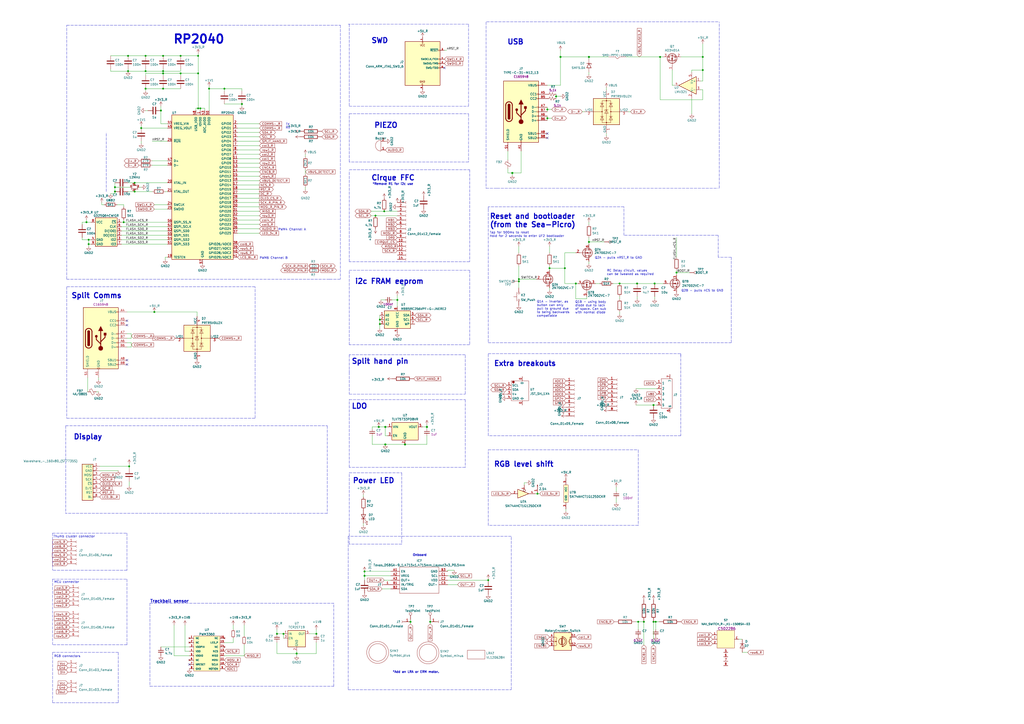
<source format=kicad_sch>
(kicad_sch (version 20211123) (generator eeschema)
  (paper "A2")
  (junction (at 379.095 360.68))
  (junction (at 217.805 125.095))
  (junction (at 311.785 286.385))
  (junction (at 370.205 360.68))
  (junction (at 220.345 187.96))
  (junction (at 74.93 270.51))
  (junction (at 130.175 51.435))
  (junction (at 50.165 128.905))
  (junction (at 369.57 164.465))
  (junction (at 223.52 257.81) (diameter 1.016))
  (junction (at 121.285 51.435))
  (junction (at 317.5 63.5))
  (junction (at 94.615 41.275))
  (junction (at 211.455 331.47))
  (junction (at 234.95 257.81) (diameter 1.016))
  (junction (at 211.455 334.01))
  (junction (at 172.085 379.095))
  (junction (at 325.12 33.02) (diameter 1.016))
  (junction (at 300.99 161.925))
  (junction (at 223.52 247.65) (diameter 1.016))
  (junction (at 116.205 62.865))
  (junction (at 407.67 40.64))
  (junction (at 379.73 164.465))
  (junction (at 84.455 32.385))
  (junction (at 334.01 164.465))
  (junction (at 89.535 180.975))
  (junction (at 94.615 32.385))
  (junction (at 373.507 360.68))
  (junction (at 283.21 336.55))
  (junction (at 81.915 74.295))
  (junction (at 341.63 140.335))
  (junction (at 359.41 164.465))
  (junction (at 407.67 33.02))
  (junction (at 238.125 360.68))
  (junction (at 104.775 32.385))
  (junction (at 392.43 158.115))
  (junction (at 66.675 111.125))
  (junction (at 249.555 360.68))
  (junction (at 51.435 139.065))
  (junction (at 114.935 42.545))
  (junction (at 382.905 33.02))
  (junction (at 114.935 32.385))
  (junction (at 51.435 141.605))
  (junction (at 327.66 155.575))
  (junction (at 219.71 247.65) (diameter 1.016))
  (junction (at 379.095 234.95))
  (junction (at 66.675 108.585))
  (junction (at 297.18 100.33) (diameter 1.016))
  (junction (at 84.455 51.435))
  (junction (at 300.99 163.195))
  (junction (at 160.655 367.665))
  (junction (at 380.365 360.68))
  (junction (at 183.515 367.665))
  (junction (at 84.455 41.275))
  (junction (at 78.105 106.045))
  (junction (at 74.295 41.275))
  (junction (at 93.345 64.135))
  (junction (at 78.105 111.125))
  (junction (at 222.885 122.555))
  (junction (at 164.465 367.665))
  (junction (at 94.615 51.435))
  (junction (at 247.65 247.65) (diameter 1.016))
  (junction (at 140.335 60.325))
  (junction (at 71.755 128.905))
  (junction (at 114.935 62.865))
  (junction (at 230.505 173.99))
  (junction (at 74.295 32.385))
  (junction (at 94.615 42.545))
  (junction (at 341.63 33.02) (diameter 1.016))
  (junction (at 104.775 42.545))
  (junction (at 322.58 55.88))
  (junction (at 318.77 155.575))
  (junction (at 220.345 185.42))
  (junction (at 317.5 68.58))
  (no_connect (at 73.66 188.595))
  (no_connect (at 317.5 77.47))
  (no_connect (at 317.5 80.01))
  (no_connect (at 257.81 39.37))
  (no_connect (at 73.66 211.455))
  (no_connect (at 73.66 208.915))
  (no_connect (at 73.66 186.055))
  (no_connect (at 109.855 385.445))
  (wire (pts (xy 294.64 87.63) (xy 294.64 92.71)))
  (polyline (pts (xy 269.875 271.145) (xy 202.565 271.145)))
  (polyline (pts (xy 271.78 66.04) (xy 271.78 93.98)))
  (wire (pts (xy 220.98 173.99) (xy 223.52 173.99)))
  (wire (pts (xy 230.505 171.45) (xy 230.505 173.99)))
  (polyline (pts (xy 191.135 161.925) (xy 197.485 161.925)))
  (wire (pts (xy 70.485 141.605) (xy 97.155 141.605)))
  (wire (pts (xy 283.21 336.55) (xy 283.21 337.185)))
  (wire (pts (xy 337.82 64.77) (xy 339.09 64.77)))
  (wire (pts (xy 373.507 374.142) (xy 373.507 360.68)))
  (polyline (pts (xy 30.48 378.46) (xy 30.48 407.67)))
  (wire (pts (xy 341.63 140.335) (xy 350.52 140.335)))
  (polyline (pts (xy 147.955 166.37) (xy 38.735 166.37)))
  (wire (pts (xy 78.105 111.125) (xy 88.265 111.125)))
  (polyline (pts (xy 394.97 205.74) (xy 394.97 252.73)))
  (polyline (pts (xy 296.545 311.15) (xy 201.93 311.15)))
  (wire (pts (xy 47.625 137.795) (xy 47.625 139.065)))
  (wire (pts (xy 317.5 63.5) (xy 317.5 64.77)))
  (wire (pts (xy 183.515 365.125) (xy 183.515 367.665)))
  (polyline (pts (xy 38.735 242.57) (xy 147.955 242.57)))
  (polyline (pts (xy 202.565 315.595) (xy 202.565 274.32)))
  (wire (pts (xy 297.18 100.33) (xy 297.18 101.6)))
  (wire (pts (xy 294.64 100.33) (xy 297.18 100.33)))
  (wire (pts (xy 160.655 367.665) (xy 164.465 367.665)))
  (wire (pts (xy 114.935 31.115) (xy 114.935 32.385)))
  (wire (pts (xy 389.89 40.64) (xy 389.89 49.53)))
  (wire (pts (xy 370.205 365.252) (xy 370.205 360.68)))
  (wire (pts (xy 364.49 64.77) (xy 365.76 64.77)))
  (wire (pts (xy 116.205 62.865) (xy 114.935 62.865)))
  (polyline (pts (xy 73.66 309.245) (xy 73.66 330.835)))
  (polyline (pts (xy 189.865 297.815) (xy 38.1 297.815)))
  (polyline (pts (xy 202.565 205.74) (xy 202.565 214.63)))
  (wire (pts (xy 369.57 172.085) (xy 369.57 173.355)))
  (wire (pts (xy 52.705 139.065) (xy 51.435 139.065)))
  (wire (pts (xy 355.6 164.465) (xy 359.41 164.465)))
  (polyline (pts (xy 269.875 231.775) (xy 269.875 271.145)))
  (polyline (pts (xy 68.58 407.67) (xy 30.48 407.67)))
  (polyline (pts (xy 202.565 228.6) (xy 269.875 228.6)))
  (wire (pts (xy 357.505 282.575) (xy 357.505 285.115)))
  (wire (pts (xy 94.615 42.545) (xy 94.615 43.815)))
  (wire (pts (xy 341.63 137.795) (xy 341.63 140.335)))
  (wire (pts (xy 97.155 74.295) (xy 81.915 74.295)))
  (polyline (pts (xy 424.18 198.755) (xy 424.18 149.225)))
  (wire (pts (xy 368.935 225.425) (xy 381 225.425)))
  (wire (pts (xy 245.11 247.65) (xy 247.65 247.65)))
  (polyline (pts (xy 202.565 98.425) (xy 272.415 98.425)))
  (wire (pts (xy 230.505 122.555) (xy 222.885 122.555)))
  (wire (pts (xy 66.675 106.045) (xy 66.675 108.585)))
  (wire (pts (xy 104.775 42.545) (xy 114.935 42.545)))
  (wire (pts (xy 380.365 360.68) (xy 382.397 360.68)))
  (wire (pts (xy 137.795 86.995) (xy 150.495 86.995)))
  (wire (pts (xy 141.605 374.015) (xy 141.605 380.365)))
  (wire (pts (xy 389.89 49.53) (xy 391.16 49.53)))
  (wire (pts (xy 238.125 360.68) (xy 238.125 361.95)))
  (wire (pts (xy 300.99 142.875) (xy 300.99 146.685)))
  (wire (pts (xy 76.2 198.755) (xy 76.2 201.295)))
  (polyline (pts (xy 272.415 200.025) (xy 202.565 200.025)))
  (wire (pts (xy 283.21 335.915) (xy 283.21 336.55)))
  (wire (pts (xy 177.165 98.425) (xy 177.165 100.965)))
  (wire (pts (xy 430.53 378.46) (xy 433.705 378.46)))
  (polyline (pts (xy 283.21 304.8) (xy 283.21 260.985)))
  (wire (pts (xy 51.435 141.605) (xy 52.705 141.605)))
  (wire (pts (xy 74.295 32.385) (xy 84.455 32.385)))
  (wire (pts (xy 382.905 57.785) (xy 407.67 57.785)))
  (wire (pts (xy 318.77 154.305) (xy 318.77 155.575)))
  (polyline (pts (xy 68.58 378.46) (xy 68.58 407.67)))
  (wire (pts (xy 407.67 46.99) (xy 406.4 46.99)))
  (wire (pts (xy 89.535 118.745) (xy 97.155 118.745)))
  (wire (pts (xy 137.795 79.375) (xy 150.495 79.375)))
  (wire (pts (xy 140.335 51.435) (xy 140.335 52.705)))
  (wire (pts (xy 137.795 102.235) (xy 150.495 102.235)))
  (wire (pts (xy 50.165 128.905) (xy 52.705 128.905)))
  (wire (pts (xy 74.295 40.005) (xy 74.295 41.275)))
  (polyline (pts (xy 30.48 309.245) (xy 30.48 330.835)))
  (wire (pts (xy 215.265 125.095) (xy 217.805 125.095)))
  (polyline (pts (xy 269.875 228.6) (xy 269.875 214.63)))
  (wire (pts (xy 59.055 118.745) (xy 60.325 118.745)))
  (wire (pts (xy 259.715 336.55) (xy 283.21 336.55)))
  (wire (pts (xy 137.795 125.095) (xy 150.495 125.095)))
  (wire (pts (xy 172.085 377.825) (xy 172.085 379.095)))
  (wire (pts (xy 116.205 62.865) (xy 116.205 64.135)))
  (wire (pts (xy 95.885 111.125) (xy 97.155 111.125)))
  (polyline (pts (xy 38.735 161.925) (xy 38.735 14.605)))
  (polyline (pts (xy 202.565 151.765) (xy 202.565 99.06)))
  (wire (pts (xy 94.615 32.385) (xy 104.775 32.385)))
  (wire (pts (xy 109.855 380.365) (xy 100.965 380.365)))
  (wire (pts (xy 74.93 279.4) (xy 74.93 281.94)))
  (wire (pts (xy 84.455 43.815) (xy 84.455 42.545)))
  (wire (pts (xy 318.77 142.875) (xy 318.77 146.685)))
  (polyline (pts (xy 394.97 252.73) (xy 370.205 252.73)))
  (wire (pts (xy 317.5 68.58) (xy 320.04 68.58)))
  (wire (pts (xy 369.57 164.465) (xy 379.73 164.465)))
  (wire (pts (xy 137.795 130.175) (xy 150.495 130.175)))
  (polyline (pts (xy 283.21 252.73) (xy 283.21 205.105)))
  (polyline (pts (xy 416.56 12.7) (xy 281.94 12.7)))
  (wire (pts (xy 76.2 193.675) (xy 76.2 196.215)))
  (wire (pts (xy 379.73 164.465) (xy 384.81 164.465)))
  (wire (pts (xy 47.625 139.065) (xy 51.435 139.065)))
  (wire (pts (xy 351.79 50.8) (xy 351.79 52.07)))
  (polyline (pts (xy 416.56 136.525) (xy 361.95 136.525)))
  (wire (pts (xy 394.97 33.02) (xy 407.67 33.02)))
  (wire (pts (xy 392.43 137.795) (xy 392.43 149.225)))
  (wire (pts (xy 220.345 182.88) (xy 220.345 185.42)))
  (wire (pts (xy 259.715 330.835) (xy 263.525 330.835)))
  (wire (pts (xy 382.905 33.02) (xy 382.905 57.785)))
  (wire (pts (xy 47.625 128.905) (xy 47.625 130.175)))
  (wire (pts (xy 84.455 51.435) (xy 94.615 51.435)))
  (wire (pts (xy 130.175 52.705) (xy 130.175 51.435)))
  (wire (pts (xy 311.785 286.385) (xy 310.515 286.385)))
  (polyline (pts (xy 296.545 400.05) (xy 296.545 311.15)))
  (wire (pts (xy 89.535 121.285) (xy 97.155 121.285)))
  (wire (pts (xy 70.485 133.985) (xy 97.155 133.985)))
  (wire (pts (xy 215.9 257.81) (xy 223.52 257.81)))
  (polyline (pts (xy 189.865 247.015) (xy 189.865 297.815)))
  (polyline (pts (xy 271.78 93.98) (xy 202.565 93.98)))
  (wire (pts (xy 341.63 140.335) (xy 341.63 141.605)))
  (polyline (pts (xy 201.93 318.135) (xy 201.93 400.05)))
  (wire (pts (xy 341.63 41.91) (xy 341.63 43.18)))
  (polyline (pts (xy 269.875 214.63) (xy 269.875 205.74)))
  (polyline (pts (xy 86.995 349.885) (xy 86.995 398.145)))
  (wire (pts (xy 121.285 50.165) (xy 121.285 51.435)))
  (wire (pts (xy 75.565 108.585) (xy 66.675 108.585)))
  (polyline (pts (xy 283.21 121.285) (xy 283.21 198.755)))
  (wire (pts (xy 341.63 33.02) (xy 325.12 33.02)))
  (polyline (pts (xy 271.78 13.97) (xy 201.93 13.97)))
  (wire (pts (xy 137.795 132.715) (xy 150.495 132.715)))
  (wire (pts (xy 135.255 365.125) (xy 135.255 362.585)))
  (wire (pts (xy 135.255 372.745) (xy 135.255 370.205)))
  (wire (pts (xy 340.36 173.355) (xy 334.01 173.355)))
  (wire (pts (xy 94.615 41.275) (xy 104.775 41.275)))
  (wire (pts (xy 130.175 51.435) (xy 140.335 51.435)))
  (wire (pts (xy 64.135 41.275) (xy 74.295 41.275)))
  (wire (pts (xy 334.01 164.465) (xy 327.66 164.465)))
  (polyline (pts (xy 86.995 349.885) (xy 193.675 349.885)))
  (wire (pts (xy 94.615 42.545) (xy 104.775 42.545)))
  (wire (pts (xy 76.2 201.295) (xy 73.66 201.295)))
  (wire (pts (xy 401.32 41.91) (xy 401.32 40.64)))
  (wire (pts (xy 51.435 139.065) (xy 51.435 141.605)))
  (polyline (pts (xy 370.205 304.8) (xy 283.21 304.8)))
  (polyline (pts (xy 202.565 274.32) (xy 233.045 274.32)))
  (polyline (pts (xy 30.48 335.915) (xy 73.66 335.915)))
  (wire (pts (xy 210.82 288.29) (xy 210.82 287.02)))
  (wire (pts (xy 247.65 246.38) (xy 247.65 247.65)))
  (wire (pts (xy 392.43 156.845) (xy 392.43 158.115)))
  (wire (pts (xy 334.01 173.355) (xy 334.01 164.465)))
  (wire (pts (xy 137.795 94.615) (xy 150.495 94.615)))
  (wire (pts (xy 327.66 146.685) (xy 327.66 155.575)))
  (wire (pts (xy 345.44 164.465) (xy 347.98 164.465)))
  (wire (pts (xy 210.82 303.53) (xy 210.82 304.8)))
  (polyline (pts (xy 201.93 311.15) (xy 201.93 318.135)))
  (polyline (pts (xy 202.565 215.9) (xy 202.565 228.6)))
  (wire (pts (xy 93.345 64.135) (xy 93.345 71.755)))
  (wire (pts (xy 50.8 219.075) (xy 50.8 227.33)))
  (wire (pts (xy 259.715 334.01) (xy 265.43 334.01)))
  (wire (pts (xy 57.15 219.075) (xy 57.15 220.345)))
  (wire (pts (xy 130.175 380.365) (xy 141.605 380.365)))
  (wire (pts (xy 322.58 57.15) (xy 322.58 55.88)))
  (polyline (pts (xy 370.205 205.105) (xy 394.97 205.105)))
  (wire (pts (xy 130.175 372.745) (xy 135.255 372.745)))
  (wire (pts (xy 368.935 360.68) (xy 370.205 360.68)))
  (polyline (pts (xy 416.56 149.225) (xy 416.56 136.525)))
  (wire (pts (xy 257.81 29.21) (xy 259.08 29.21)))
  (wire (pts (xy 305.435 280.035) (xy 304.165 280.035)))
  (wire (pts (xy 93.345 61.595) (xy 93.345 64.135)))
  (wire (pts (xy 317.5 62.23) (xy 317.5 63.5)))
  (wire (pts (xy 74.295 111.125) (xy 78.105 111.125)))
  (wire (pts (xy 230.505 173.99) (xy 230.505 177.8)))
  (wire (pts (xy 118.745 62.865) (xy 116.205 62.865)))
  (wire (pts (xy 249.555 359.41) (xy 249.555 360.68)))
  (wire (pts (xy 130.175 60.325) (xy 140.335 60.325)))
  (wire (pts (xy 76.2 196.215) (xy 73.66 196.215)))
  (wire (pts (xy 59.055 117.475) (xy 59.055 118.745)))
  (wire (pts (xy 114.3 183.515) (xy 114.3 180.975)))
  (wire (pts (xy 401.32 40.64) (xy 407.67 40.64)))
  (polyline (pts (xy 370.205 252.73) (xy 283.21 252.73)))
  (wire (pts (xy 94.615 40.005) (xy 94.615 41.275)))
  (polyline (pts (xy 86.995 398.145) (xy 193.675 398.145)))
  (polyline (pts (xy 38.735 166.37) (xy 38.735 168.91)))
  (wire (pts (xy 223.52 247.65) (xy 223.52 252.73)))
  (wire (pts (xy 160.655 372.745) (xy 160.655 379.095)))
  (wire (pts (xy 88.265 95.885) (xy 97.155 95.885)))
  (wire (pts (xy 84.455 41.275) (xy 94.615 41.275)))
  (wire (pts (xy 104.775 40.005) (xy 104.775 41.275)))
  (wire (pts (xy 137.795 104.775) (xy 150.495 104.775)))
  (wire (pts (xy 113.665 62.865) (xy 113.665 64.135)))
  (wire (pts (xy 97.155 71.755) (xy 93.345 71.755)))
  (polyline (pts (xy 202.565 61.595) (xy 271.78 61.595)))
  (wire (pts (xy 407.67 52.07) (xy 407.67 57.785)))
  (wire (pts (xy 302.26 87.63) (xy 302.26 100.33)))
  (wire (pts (xy 317.5 49.53) (xy 325.12 49.53)))
  (wire (pts (xy 259.715 339.09) (xy 265.43 339.09)))
  (wire (pts (xy 183.515 379.095) (xy 172.085 379.095)))
  (wire (pts (xy 70.485 128.905) (xy 71.755 128.905)))
  (wire (pts (xy 223.52 252.73) (xy 224.79 252.73)))
  (wire (pts (xy 370.205 360.68) (xy 373.507 360.68)))
  (wire (pts (xy 380.365 360.68) (xy 380.365 365.252)))
  (polyline (pts (xy 202.565 271.145) (xy 202.565 231.775)))
  (wire (pts (xy 100.965 380.365) (xy 100.965 362.585)))
  (wire (pts (xy 97.155 81.915) (xy 88.265 81.915)))
  (polyline (pts (xy 38.1 247.015) (xy 38.1 297.815)))
  (polyline (pts (xy 202.565 214.63) (xy 202.565 215.9)))
  (wire (pts (xy 89.535 180.975) (xy 114.3 180.975)))
  (wire (pts (xy 217.805 125.095) (xy 230.505 125.095)))
  (wire (pts (xy 78.105 106.045) (xy 97.155 106.045)))
  (wire (pts (xy 137.795 109.855) (xy 150.495 109.855)))
  (wire (pts (xy 74.93 269.24) (xy 74.93 270.51)))
  (wire (pts (xy 297.18 100.33) (xy 302.26 100.33)))
  (wire (pts (xy 325.12 33.02) (xy 325.12 49.53)))
  (wire (pts (xy 137.795 89.535) (xy 150.495 89.535)))
  (wire (pts (xy 183.515 372.745) (xy 183.515 379.095)))
  (polyline (pts (xy 370.205 260.985) (xy 370.205 304.8)))
  (wire (pts (xy 259.715 331.47) (xy 259.715 330.835)))
  (wire (pts (xy 322.58 55.88) (xy 325.12 55.88)))
  (wire (pts (xy 94.615 51.435) (xy 104.775 51.435)))
  (wire (pts (xy 57.785 270.51) (xy 74.93 270.51)))
  (wire (pts (xy 81.915 73.025) (xy 81.915 74.295)))
  (wire (pts (xy 81.915 81.915) (xy 81.915 83.185)))
  (wire (pts (xy 137.795 112.395) (xy 150.495 112.395)))
  (polyline (pts (xy 269.875 205.74) (xy 202.565 205.74)))
  (wire (pts (xy 311.785 286.385) (xy 313.055 286.385)))
  (wire (pts (xy 64.135 40.005) (xy 64.135 41.275)))
  (polyline (pts (xy 197.485 14.605) (xy 197.485 161.925)))
  (wire (pts (xy 70.485 136.525) (xy 97.155 136.525)))
  (wire (pts (xy 223.52 247.65) (xy 224.79 247.65)))
  (wire (pts (xy 84.455 42.545) (xy 94.615 42.545)))
  (wire (pts (xy 407.67 40.64) (xy 407.67 46.99)))
  (wire (pts (xy 71.755 118.745) (xy 71.755 120.015)))
  (polyline (pts (xy 361.95 136.525) (xy 361.95 120.015)))
  (wire (pts (xy 140.335 60.325) (xy 140.335 61.595)))
  (wire (pts (xy 71.755 128.905) (xy 97.155 128.905)))
  (wire (pts (xy 137.795 122.555) (xy 150.495 122.555)))
  (wire (pts (xy 177.165 108.585) (xy 177.165 109.855)))
  (wire (pts (xy 379.095 234.95) (xy 381 234.95)))
  (wire (pts (xy 50.165 127.635) (xy 50.165 128.905)))
  (wire (pts (xy 215.9 252.73) (xy 215.9 257.81)))
  (wire (pts (xy 401.32 57.15) (xy 401.32 66.04)))
  (wire (pts (xy 406.4 52.07) (xy 407.67 52.07)))
  (polyline (pts (xy 38.735 14.605) (xy 197.485 14.605)))
  (wire (pts (xy 300.99 161.925) (xy 300.99 163.195)))
  (polyline (pts (xy 147.955 242.57) (xy 147.955 166.37)))
  (wire (pts (xy 74.93 270.51) (xy 74.93 271.78)))
  (wire (pts (xy 317.5 68.58) (xy 317.5 69.85)))
  (wire (pts (xy 74.295 106.045) (xy 78.105 106.045)))
  (polyline (pts (xy 272.415 156.845) (xy 272.415 200.025)))
  (wire (pts (xy 428.625 370.84) (xy 430.53 370.84)))
  (wire (pts (xy 88.265 93.345) (xy 97.155 93.345)))
  (wire (pts (xy 137.795 97.155) (xy 150.495 97.155)))
  (polyline (pts (xy 202.565 200.025) (xy 202.565 156.845)))
  (wire (pts (xy 359.41 164.465) (xy 369.57 164.465)))
  (wire (pts (xy 164.465 370.205) (xy 164.465 367.665)))
  (wire (pts (xy 379.095 360.68) (xy 379.095 374.142)))
  (polyline (pts (xy 272.415 98.425) (xy 272.415 151.765)))
  (wire (pts (xy 137.795 84.455) (xy 150.495 84.455)))
  (wire (pts (xy 66.675 112.395) (xy 66.675 111.125)))
  (wire (pts (xy 363.22 33.02) (xy 382.905 33.02)))
  (polyline (pts (xy 193.675 398.145) (xy 193.675 349.885)))
  (wire (pts (xy 392.43 158.115) (xy 400.05 158.115)))
  (polyline (pts (xy 30.48 309.245) (xy 73.66 309.245)))
  (wire (pts (xy 114.935 32.385) (xy 114.935 42.545)))
  (wire (pts (xy 220.345 187.96) (xy 220.345 190.5)))
  (wire (pts (xy 359.41 172.085) (xy 359.41 173.355)))
  (wire (pts (xy 211.455 334.01) (xy 226.695 334.01)))
  (wire (pts (xy 137.795 135.255) (xy 150.495 135.255)))
  (wire (pts (xy 84.455 32.385) (xy 94.615 32.385)))
  (wire (pts (xy 93.345 375.285) (xy 109.855 375.285)))
  (polyline (pts (xy 288.29 109.22) (xy 416.56 109.22)))
  (wire (pts (xy 66.675 108.585) (xy 66.675 111.125)))
  (wire (pts (xy 137.795 127.635) (xy 150.495 127.635)))
  (wire (pts (xy 325.12 29.21) (xy 325.12 33.02)))
  (wire (pts (xy 215.9 248.92) (xy 215.9 247.65)))
  (wire (pts (xy 341.63 128.905) (xy 341.63 130.175)))
  (wire (pts (xy 137.795 71.755) (xy 150.495 71.755)))
  (polyline (pts (xy 202.565 13.97) (xy 202.565 61.595)))
  (polyline (pts (xy 201.93 400.05) (xy 296.545 400.05)))
  (polyline (pts (xy 394.97 205.105) (xy 394.97 206.375)))
  (wire (pts (xy 141.605 362.585) (xy 141.605 368.935)))
  (wire (pts (xy 137.795 117.475) (xy 150.495 117.475)))
  (wire (pts (xy 247.65 257.81) (xy 234.95 257.81)))
  (wire (pts (xy 137.795 76.835) (xy 150.495 76.835)))
  (polyline (pts (xy 272.415 151.765) (xy 202.565 151.765)))
  (wire (pts (xy 137.795 107.315) (xy 150.495 107.315)))
  (polyline (pts (xy 361.95 120.015) (xy 283.21 120.015)))
  (wire (pts (xy 227.33 173.99) (xy 230.505 173.99)))
  (wire (pts (xy 328.295 296.545) (xy 328.295 295.275)))
  (wire (pts (xy 84.455 64.135) (xy 85.725 64.135)))
  (polyline (pts (xy 283.21 120.015) (xy 283.21 121.285)))
  (wire (pts (xy 177.165 89.535) (xy 177.165 90.805)))
  (wire (pts (xy 80.645 108.585) (xy 81.915 108.585)))
  (polyline (pts (xy 38.1 247.015) (xy 189.865 247.015)))
  (wire (pts (xy 247.65 247.65) (xy 247.65 248.92)))
  (polyline (pts (xy 233.045 315.595) (xy 202.565 315.595)))
  (wire (pts (xy 172.085 379.095) (xy 172.085 380.365)))
  (wire (pts (xy 215.9 247.65) (xy 219.71 247.65)))
  (wire (pts (xy 211.455 331.47) (xy 211.455 334.01)))
  (wire (pts (xy 334.01 164.465) (xy 335.28 164.465)))
  (wire (pts (xy 247.65 252.73) (xy 247.65 257.81)))
  (wire (pts (xy 340.36 172.085) (xy 340.36 173.355)))
  (polyline (pts (xy 281.94 12.7) (xy 281.94 109.22)))
  (polyline (pts (xy 61.595 111.125) (xy 61.595 76.835)))
  (wire (pts (xy 327.66 146.685) (xy 334.01 146.685)))
  (wire (pts (xy 300.99 154.305) (xy 300.99 161.925)))
  (wire (pts (xy 382.905 33.02) (xy 384.81 33.02)))
  (wire (pts (xy 109.855 377.825) (xy 107.315 377.825)))
  (wire (pts (xy 114.935 62.865) (xy 113.665 62.865)))
  (wire (pts (xy 300.99 161.925) (xy 311.15 161.925)))
  (polyline (pts (xy 30.48 378.46) (xy 68.58 378.46)))
  (wire (pts (xy 118.745 64.135) (xy 118.745 62.865)))
  (wire (pts (xy 73.66 198.755) (xy 76.2 198.755)))
  (wire (pts (xy 137.795 120.015) (xy 150.495 120.015)))
  (wire (pts (xy 160.655 365.125) (xy 160.655 367.665)))
  (wire (pts (xy 351.79 77.47) (xy 351.79 78.74)))
  (wire (pts (xy 97.155 149.225) (xy 95.885 149.225)))
  (wire (pts (xy 392.43 158.115) (xy 392.43 159.385)))
  (wire (pts (xy 300.99 163.195) (xy 300.99 167.005)))
  (wire (pts (xy 327.66 164.465) (xy 327.66 155.575)))
  (wire (pts (xy 359.41 180.975) (xy 359.41 182.245)))
  (wire (pts (xy 67.945 118.745) (xy 71.755 118.745)))
  (wire (pts (xy 71.755 127.635) (xy 71.755 128.905)))
  (polyline (pts (xy 202.565 156.845) (xy 272.415 156.845)))
  (wire (pts (xy 341.63 34.29) (xy 341.63 33.02)))
  (wire (pts (xy 407.67 40.64) (xy 407.67 33.02)))
  (wire (pts (xy 95.885 149.225) (xy 95.885 150.495)))
  (wire (pts (xy 223.52 257.81) (xy 234.95 257.81)))
  (wire (pts (xy 341.63 33.02) (xy 353.06 33.02)))
  (polyline (pts (xy 73.66 335.915) (xy 73.66 374.015)))
  (wire (pts (xy 238.125 359.41) (xy 238.125 360.68)))
  (wire (pts (xy 317.5 63.5) (xy 320.04 63.5)))
  (wire (pts (xy 249.555 360.68) (xy 249.555 361.95)))
  (wire (pts (xy 160.655 379.095) (xy 172.085 379.095)))
  (polyline (pts (xy 202.565 93.98) (xy 202.565 66.04)))
  (polyline (pts (xy 424.18 149.225) (xy 416.56 149.225)))
  (wire (pts (xy 379.095 360.68) (xy 380.365 360.68)))
  (wire (pts (xy 137.795 81.915) (xy 150.495 81.915)))
  (wire (pts (xy 84.455 40.005) (xy 84.455 41.275)))
  (wire (pts (xy 107.315 377.825) (xy 107.315 362.585)))
  (polyline (pts (xy 73.66 330.835) (xy 30.48 330.835)))
  (wire (pts (xy 104.775 43.815) (xy 104.775 42.545)))
  (wire (pts (xy 219.71 247.65) (xy 223.52 247.65)))
  (wire (pts (xy 318.77 155.575) (xy 318.77 156.845)))
  (polyline (pts (xy 38.735 168.91) (xy 38.735 242.57)))
  (wire (pts (xy 222.885 336.55) (xy 226.695 336.55)))
  (polyline (pts (xy 73.66 374.015) (xy 30.48 374.015)))
  (wire (pts (xy 57.785 273.05) (xy 68.58 273.05)))
  (wire (pts (xy 114.935 42.545) (xy 114.935 62.865)))
  (polyline (pts (xy 202.565 66.04) (xy 271.78 66.04)))
  (polyline (pts (xy 283.21 205.105) (xy 370.205 205.105)))
  (wire (pts (xy 179.705 367.665) (xy 183.515 367.665)))
  (wire (pts (xy 317.5 67.31) (xy 317.5 68.58)))
  (wire (pts (xy 318.77 167.005) (xy 318.77 168.275)))
  (polyline (pts (xy 417.195 109.22) (xy 417.195 12.7)))
  (wire (pts (xy 130.175 51.435) (xy 121.285 51.435)))
  (wire (pts (xy 64.135 112.395) (xy 66.675 112.395)))
  (wire (pts (xy 104.775 32.385) (xy 114.935 32.385)))
  (wire (pts (xy 84.455 51.435) (xy 84.455 52.705)))
  (wire (pts (xy 357.505 288.925) (xy 357.505 291.465)))
  (wire (pts (xy 55.88 227.33) (xy 57.15 227.33)))
  (wire (pts (xy 70.485 139.065) (xy 97.155 139.065)))
  (polyline (pts (xy 283.21 198.755) (xy 424.18 198.755)))
  (wire (pts (xy 327.66 155.575) (xy 318.77 155.575)))
  (polyline (pts (xy 281.94 109.22) (xy 288.29 109.22)))
  (wire (pts (xy 304.165 280.035) (xy 304.165 281.305)))
  (wire (pts (xy 407.67 25.4) (xy 407.67 33.02)))
  (wire (pts (xy 64.135 32.385) (xy 74.295 32.385)))
  (polyline (pts (xy 191.135 161.925) (xy 38.735 161.925)))
  (wire (pts (xy 137.795 99.695) (xy 150.495 99.695)))
  (wire (pts (xy 121.285 51.435) (xy 121.285 64.135)))
  (polyline (pts (xy 283.21 260.985) (xy 370.205 260.985)))
  (polyline (pts (xy 30.48 335.915) (xy 30.48 374.015)))
  (wire (pts (xy 70.485 131.445) (xy 97.155 131.445)))
  (wire (pts (xy 137.795 92.075) (xy 150.495 92.075)))
  (wire (pts (xy 379.73 172.085) (xy 379.73 173.355)))
  (polyline (pts (xy 202.565 231.775) (xy 269.875 231.775)))
  (wire (pts (xy 294.64 97.79) (xy 294.64 100.33)))
  (wire (pts (xy 51.435 141.605) (xy 51.435 142.875)))
  (wire (pts (xy 73.66 180.975) (xy 89.535 180.975)))
  (wire (pts (xy 368.935 234.95) (xy 379.095 234.95)))
  (polyline (pts (xy 233.045 274.32) (xy 233.045 315.595)))
  (wire (pts (xy 322.58 54.61) (xy 322.58 55.88)))
  (wire (pts (xy 137.795 74.295) (xy 150.495 74.295)))
  (wire (pts (xy 211.455 331.47) (xy 226.695 331.47)))
  (wire (pts (xy 50.165 128.905) (xy 47.625 128.905)))
  (wire (pts (xy 137.795 114.935) (xy 150.495 114.935)))
  (wire (pts (xy 220.345 185.42) (xy 220.345 187.96)))
  (polyline (pts (xy 271.78 61.595) (xy 271.78 13.97)))
  (wire (pts (xy 73.66 193.675) (xy 76.2 193.675)))
  (wire (pts (xy 221.615 341.63) (xy 226.695 341.63)))
  (wire (pts (xy 211.455 334.01) (xy 211.455 336.55)))
  (wire (pts (xy 341.63 151.765) (xy 341.63 153.035)))
  (polyline (pts (xy 61.595 112.395) (xy 61.595 112.395)))
  (wire (pts (xy 222.885 122.555) (xy 215.265 122.555)))
  (wire (pts (xy 74.295 41.275) (xy 84.455 41.275)))
  (text "Q2B - pulls nCS to GND" (at 395.224 169.418 0) (effects (font (size 1.27 1.27)) (justify left bottom)))
  (text "Q1B - using body \ndiode due to lack\nof space. Can sub\nwith normal diode" (at 333.629 182.118 0) (effects (font (size 1.27 1.27)) (justify left bottom)))
  (text "RGB level shift" (at 286.385 271.145 0) (effects (font (size 3 3) bold) (justify left bottom)))
  (text "Thumb cluster connector" (at 55.118 312.039 180) (effects (font (size 1.27 1.27)) (justify right bottom)))
  (text "PWM6 Channel B\n" (at 150.495 150.495 0) (effects (font (size 1.27 1.27)) (justify left bottom)))
  (text "Cirque FFC" (at 215.265 105.029 0) (effects (font (size 3 3) (thickness 0.6) bold) (justify left bottom)))
  (text "Extra breakouts" (at 286.385 212.725 0) (effects (font (size 3 3) bold) (justify left bottom)))
  (text "RGB connectors" (at 46.736 381.508 180) (effects (font (size 1.27 1.27)) (justify right bottom)))
  (text "RP2040" (at 100.203 25.781 0) (effects (font (size 5 5) (thickness 1) bold) (justify left bottom)))
  (text "Split Comms" (at 41.275 173.355 0) (effects (font (size 3 3) bold) (justify left bottom)))
  (text "Q1A - inverter, as \nbutton can only \npull to ground due\nto being backwards\ncompatiable" (at 311.404 184.023 0) (effects (font (size 1.27 1.27)) (justify left bottom)))
  (text "PIEZO\n" (at 216.916 74.549 0) (effects (font (size 3 3) (thickness 0.6) bold) (justify left bottom)))
  (text "RC Delay circuit, values\ncan be tweaked as required" (at 352.044 159.893 0) (effects (font (size 1.27 1.27)) (justify left bottom)))
  (text "Onboard" (at 239.395 322.834 0) (effects (font (size 1.27 1.27) bold) (justify left bottom)))
  (text "LDO\n" (at 203.835 237.49 0) (effects (font (size 3 3) bold) (justify left bottom)))
  (text "*Remove R1 for i2c use" (at 216.027 107.569 0) (effects (font (size 1.27 1.27) bold) (justify left bottom)))
  (text "i2c FRAM eeprom" (at 205.74 165.1 0) (effects (font (size 3 3) bold) (justify left bottom)))
  (text "RX\n" (at 165.735 74.93 0) (effects (font (size 1.27 1.27)) (justify left bottom)))
  (text "Split hand pin" (at 203.835 211.455 0) (effects (font (size 3 3) bold) (justify left bottom)))
  (text "PWM4 Channel A\n" (at 161.29 133.985 0) (effects (font (size 1.27 1.27)) (justify left bottom)))
  (text "MCU connector" (at 45.974 338.455 180) (effects (font (size 1.27 1.27)) (justify right bottom)))
  (text "Power LED" (at 204.47 280.67 0) (effects (font (size 3 3) bold) (justify left bottom)))
  (text "*Add an LRA or ERM motor." (at 227.711 390.652 0) (effects (font (size 1.27 1.27) bold) (justify left bottom)))
  (text "Display" (at 42.545 255.27 0) (effects (font (size 3 3) bold) (justify left bottom)))
  (text "Reset and bootloader\n(from the Sea-Picro)" (at 283.972 132.207 0) (effects (font (size 3 3) bold) (justify left bottom)))
  (text "SWD\n" (at 215.265 25.4 0) (effects (font (size 3 3) bold) (justify left bottom)))
  (text "USB" (at 294.132 26.162 0) (effects (font (size 3 3) bold) (justify left bottom)))
  (text "Tap for 500ms to reset\nHold for 2 seconds to enter UF2 bootloader" (at 283.972 137.795 0) (effects (font (size 1.27 1.27)) (justify left bottom)))
  (text "TX\n" (at 165.735 73.025 0) (effects (font (size 1.27 1.27)) (justify left bottom)))
  (text "Trackball sensor" (at 86.995 349.885 0) (effects (font (size 1.778 1.778) (thickness 0.3556) bold) (justify left bottom)))
  (text "Q2A - pulls nRST_R to GND" (at 345.059 150.368 0) (effects (font (size 1.27 1.27)) (justify left bottom)))
  (label "FLASH_SCK_R" (at 73.025 131.445 0))
  (label "FLASH_nCS_R" (at 392.43 137.795 270))
  (label "FLASH_nCS_R" (at 73.025 128.905 0))
  (label "FLASH_SD2_R" (at 73.025 139.065 0))
  (label "SWITCH_R" (at 302.26 161.925 0))
  (label "nRST_R" (at 88.265 81.915 0))
  (label "nRST_R" (at 259.08 29.21 0))
  (label "FLASH_SD3_R" (at 73.025 141.605 0))
  (label "FLASH_SD1_R" (at 73.025 136.525 0))
  (label "nRST_R" (at 350.52 140.335 180))
  (label "BOOT_R" (at 400.05 158.115 180))
  (label "FLASH_SD0_R" (at 73.025 133.985 0))
  (global_label "SDA_R" (shape bidirectional) (at 186.69 79.375 0) (property "Intersheet References" "${INTERSHEET_REFS}" (effects hide)))
  (global_label "SDA_R" (shape bidirectional) (at 215.265 122.555 180) (property "Intersheet References" "${INTERSHEET_REFS}" (effects hide)))
  (global_label "D+_R" (shape bidirectional) (at 80.645 93.345 180) (property "Intersheet References" "${INTERSHEET_REFS}" (effects hide)))
  (global_label "SPLIT_HAND_R" (shape input) (at 240.03 219.71 0) (property "Intersheet References" "${INTERSHEET_REFS}" (effects hide)))
  (global_label "OUT-_R" (shape input) (at 238.125 361.95 270) (property "Intersheet References" "${INTERSHEET_REFS}" (effects hide)))
  (global_label "col5_R" (shape input) (at 40.64 363.855 180) (property "Intersheet References" "${INTERSHEET_REFS}" (effects hide)))
  (global_label "GP9" (shape input) (at 353.06 230.505 180) (property "Intersheet References" "${INTERSHEET_REFS}" (effects hide)))
  (global_label "LCD_BL_R" (shape input) (at 137.795 149.225 0) (property "Intersheet References" "${INTERSHEET_REFS}" (effects hide)))
  (global_label "MOSI_R_PIN_R" (shape output) (at 150.495 120.015 0) (property "Intersheet References" "${INTERSHEET_REFS}" (effects hide)))
  (global_label "SCL_R" (shape bidirectional) (at 186.69 76.2 0) (property "Intersheet References" "${INTERSHEET_REFS}" (effects hide)))
  (global_label "SCL_R" (shape bidirectional) (at 215.265 125.095 180) (property "Intersheet References" "${INTERSHEET_REFS}" (effects hide)))
  (global_label "SCK_R_PIN_R" (shape output) (at 178.435 154.305 180) (property "Intersheet References" "${INTERSHEET_REFS}" (effects hide)))
  (global_label "OLED_CS_R" (shape output) (at 150.495 114.935 0) (property "Intersheet References" "${INTERSHEET_REFS}" (effects hide)))
  (global_label "ADC1" (shape input) (at 328.295 226.06 180) (property "Intersheet References" "${INTERSHEET_REFS}" (effects hide)))
  (global_label "row1_R" (shape input) (at 150.495 86.995 0) (property "Intersheet References" "${INTERSHEET_REFS}" (effects hide)))
  (global_label "LED_5v_R" (shape input) (at 313.055 286.385 0) (property "Intersheet References" "${INTERSHEET_REFS}" (effects hide)))
  (global_label "GP6" (shape input) (at 353.06 222.885 180) (property "Intersheet References" "${INTERSHEET_REFS}" (effects hide)))
  (global_label "ENCB1_R" (shape input) (at 373.507 374.142 270) (property "Intersheet References" "${INTERSHEET_REFS}" (effects hide)))
  (global_label "ENCB_R" (shape input) (at 150.495 99.695 0) (property "Intersheet References" "${INTERSHEET_REFS}" (effects hide)))
  (global_label "col3_R" (shape input) (at 40.64 340.995 180) (property "Intersheet References" "${INTERSHEET_REFS}" (effects hide)))
  (global_label "SDA_R" (shape bidirectional) (at 240.665 182.88 0) (property "Intersheet References" "${INTERSHEET_REFS}" (effects hide)))
  (global_label "ADC1" (shape input) (at 130.175 387.985 0) (property "Intersheet References" "${INTERSHEET_REFS}" (effects hide)))
  (global_label "VBUS_DETECT_R" (shape input) (at 150.495 104.775 0) (property "Intersheet References" "${INTERSHEET_REFS}" (effects hide)))
  (global_label "row3_R" (shape input) (at 40.64 358.775 180) (property "Intersheet References" "${INTERSHEET_REFS}" (effects hide)))
  (global_label "col4_R" (shape input) (at 39.37 319.405 180) (property "Intersheet References" "${INTERSHEET_REFS}" (effects hide)))
  (global_label "col1_R" (shape input) (at 413.385 368.3 180) (property "Intersheet References" "${INTERSHEET_REFS}" (effects hide)))
  (global_label "NCS_R" (shape input) (at 130.175 377.825 0) (property "Intersheet References" "${INTERSHEET_REFS}" (effects hide)))
  (global_label "SWDIO_R" (shape input) (at 257.81 36.83 0) (property "Intersheet References" "${INTERSHEET_REFS}" (effects hide)))
  (global_label "col2_R" (shape input) (at 150.495 89.535 0) (property "Intersheet References" "${INTERSHEET_REFS}" (effects hide)))
  (global_label "SCK_R" (shape input) (at 130.175 385.445 0) (property "Intersheet References" "${INTERSHEET_REFS}" (effects hide)))
  (global_label "ENCB_R" (shape input) (at 356.235 360.68 180) (property "Intersheet References" "${INTERSHEET_REFS}" (effects hide)))
  (global_label "col3_R" (shape input) (at 150.495 84.455 0) (property "Intersheet References" "${INTERSHEET_REFS}" (effects hide)))
  (global_label "AUDIO_R" (shape input) (at 223.52 86.995 0) (property "Intersheet References" "${INTERSHEET_REFS}" (effects hide)))
  (global_label "COMMS+_R" (shape input) (at 127 196.215 0) (property "Intersheet References" "${INTERSHEET_REFS}" (effects hide)))
  (global_label "row3_R" (shape input) (at 150.495 125.095 0) (property "Intersheet References" "${INTERSHEET_REFS}" (effects hide)))
  (global_label "D+_R" (shape bidirectional) (at 320.04 68.58 0) (property "Intersheet References" "${INTERSHEET_REFS}" (effects hide)))
  (global_label "SCK_R_PIN_R" (shape output) (at 150.495 117.475 0) (property "Intersheet References" "${INTERSHEET_REFS}" (effects hide)))
  (global_label "Dout" (shape input) (at 39.37 401.32 180) (property "Intersheet References" "${INTERSHEET_REFS}" (effects hide)))
  (global_label "ENCB1" (shape input) (at 318.77 374.65 180) (property "Intersheet References" "${INTERSHEET_REFS}" (effects hide)))
  (global_label "VBUS_DETECT_R" (shape input) (at 177.165 99.695 0) (property "Intersheet References" "${INTERSHEET_REFS}" (effects hide)))
  (global_label "D-_R" (shape bidirectional) (at 80.645 95.885 180) (property "Intersheet References" "${INTERSHEET_REFS}" (effects hide)))
  (global_label "MOSI_R" (shape output) (at 186.055 156.845 0) (property "Intersheet References" "${INTERSHEET_REFS}" (effects hide)))
  (global_label "MOSI_R" (shape input) (at 57.785 275.59 0) (property "Intersheet References" "${INTERSHEET_REFS}" (effects hide)))
  (global_label "row5_R" (shape input) (at 137.795 144.145 0) (property "Intersheet References" "${INTERSHEET_REFS}" (effects hide)))
  (global_label "MB1" (shape input) (at 230.505 127.635 180) (property "Intersheet References" "${INTERSHEET_REFS}" (effects hide)))
  (global_label "D-_R" (shape bidirectional) (at 320.04 63.5 0) (property "Intersheet References" "${INTERSHEET_REFS}" (effects hide)))
  (global_label "col3_R" (shape input) (at 413.385 373.38 180) (property "Intersheet References" "${INTERSHEET_REFS}" (effects hide)))
  (global_label "Gnd" (shape input) (at 39.37 387.35 180) (property "Intersheet References" "${INTERSHEET_REFS}" (effects hide)))
  (global_label "COMMS+_R" (shape input) (at 150.495 74.295 0) (property "Intersheet References" "${INTERSHEET_REFS}" (effects hide)))
  (global_label "OUT+_R" (shape input) (at 222.885 336.55 180) (property "Intersheet References" "${INTERSHEET_REFS}" (effects hide)))
  (global_label "ADC2" (shape input) (at 328.295 223.52 180) (property "Intersheet References" "${INTERSHEET_REFS}" (effects hide)))
  (global_label "GP5" (shape input) (at 353.06 220.345 180) (property "Intersheet References" "${INTERSHEET_REFS}" (effects hide)))
  (global_label "row5_R" (shape input) (at 334.01 374.65 0) (property "Intersheet References" "${INTERSHEET_REFS}" (effects hide)))
  (global_label "DC_R" (shape output) (at 150.495 112.395 0) (property "Intersheet References" "${INTERSHEET_REFS}" (effects hide)))
  (global_label "SDA_R" (shape bidirectional) (at 150.495 76.835 0) (property "Intersheet References" "${INTERSHEET_REFS}" (effects hide)))
  (global_label "COMMS+_R" (shape input) (at 76.2 200.025 0) (property "Intersheet References" "${INTERSHEET_REFS}" (effects hide)))
  (global_label "Gnd" (shape input) (at 39.37 398.78 180) (property "Intersheet References" "${INTERSHEET_REFS}" (effects hide)))
  (global_label "Vcc" (shape input) (at 39.37 396.24 180) (property "Intersheet References" "${INTERSHEET_REFS}" (effects hide)))
  (global_label "ENCA1_R" (shape input) (at 379.095 374.142 270) (property "Intersheet References" "${INTERSHEET_REFS}" (effects hide)))
  (global_label "Din" (shape input) (at 39.37 389.89 180) (property "Intersheet References" "${INTERSHEET_REFS}" (effects hide)))
  (global_label "SWCLK_R" (shape input) (at 257.81 34.29 0) (property "Intersheet References" "${INTERSHEET_REFS}" (effects hide)))
  (global_label "DR0" (shape input) (at 230.505 137.795 180) (property "Intersheet References" "${INTERSHEET_REFS}" (effects hide)))
  (global_label "SWCLK_R" (shape input) (at 89.535 118.745 180) (property "Intersheet References" "${INTERSHEET_REFS}" (effects hide)))
  (global_label "ADC0" (shape input) (at 328.295 228.6 180) (property "Intersheet References" "${INTERSHEET_REFS}" (effects hide)))
  (global_label "GP23" (shape input) (at 328.295 233.68 180) (property "Intersheet References" "${INTERSHEET_REFS}" (effects hide)))
  (global_label "RST_R" (shape input) (at 57.785 285.75 0) (property "Intersheet References" "${INTERSHEET_REFS}" (effects hide)))
  (global_label "SCL_R" (shape input) (at 265.43 334.01 0) (property "Intersheet References" "${INTERSHEET_REFS}" (effects hide)))
  (global_label "COMMS-_R" (shape input) (at 101.6 196.215 180) (property "Intersheet References" "${INTERSHEET_REFS}" (effects hide)))
  (global_label "col6_R" (shape input) (at 39.37 316.865 180) (property "Intersheet References" "${INTERSHEET_REFS}" (effects hide)))
  (global_label "DC_R" (shape input) (at 57.785 283.21 0) (property "Intersheet References" "${INTERSHEET_REFS}" (effects hide)))
  (global_label "AUDIO_R" (shape input) (at 150.495 132.715 0) (property "Intersheet References" "${INTERSHEET_REFS}" (effects hide)))
  (global_label "SDA_R" (shape input) (at 221.615 341.63 180) (property "Intersheet References" "${INTERSHEET_REFS}" (effects hide)))
  (global_label "col4_R" (shape input) (at 40.64 361.315 180) (property "Intersheet References" "${INTERSHEET_REFS}" (effects hide)))
  (global_label "col2_R" (shape input) (at 413.385 370.84 180) (property "Intersheet References" "${INTERSHEET_REFS}" (effects hide)))
  (global_label "col2_R" (shape input) (at 39.37 324.485 180) (property "Intersheet References" "${INTERSHEET_REFS}" (effects hide)))
  (global_label "ENCA_R" (shape input) (at 395.097 360.68 0) (property "Intersheet References" "${INTERSHEET_REFS}" (effects hide)))
  (global_label "ENCA1" (shape input) (at 318.77 369.57 180) (property "Intersheet References" "${INTERSHEET_REFS}" (effects hide)))
  (global_label "col5_R" (shape input) (at 150.495 130.175 0) (property "Intersheet References" "${INTERSHEET_REFS}" (effects hide)))
  (global_label "col1_R" (shape input) (at 40.64 348.615 180) (property "Intersheet References" "${INTERSHEET_REFS}" (effects hide)))
  (global_label "LED_3v_R" (shape input) (at 296.545 286.385 180) (property "Intersheet References" "${INTERSHEET_REFS}" (effects hide)))
  (global_label "COMMS-_R" (shape input) (at 76.2 194.945 0) (property "Intersheet References" "${INTERSHEET_REFS}" (effects hide)))
  (global_label "MOSI_R" (shape input) (at 230.505 135.255 180) (property "Intersheet References" "${INTERSHEET_REFS}" (effects hide)))
  (global_label "row1_R" (shape input) (at 40.64 343.535 180) (property "Intersheet References" "${INTERSHEET_REFS}" (effects hide)))
  (global_label "ADC0" (shape input) (at 381 222.25 180) (property "Intersheet References" "${INTERSHEET_REFS}" (effects hide)))
  (global_label "MB2" (shape input) (at 230.505 130.175 180) (property "Intersheet References" "${INTERSHEET_REFS}" (effects hide)))
  (global_label "row4_R" (shape input) (at 40.64 356.235 180) (property "Intersheet References" "${INTERSHEET_REFS}" (effects hide)))
  (global_label "MOSI_R_PIN_R" (shape output) (at 178.435 156.845 180) (property "Intersheet References" "${INTERSHEET_REFS}" (effects hide)))
  (global_label "SWDIO_R" (shape input) (at 89.535 121.285 180) (property "Intersheet References" "${INTERSHEET_REFS}" (effects hide)))
  (global_label "SCK_R" (shape output) (at 186.055 154.305 0) (property "Intersheet References" "${INTERSHEET_REFS}" (effects hide)))
  (global_label "ADC2" (shape input) (at 381 231.775 180) (property "Intersheet References" "${INTERSHEET_REFS}" (effects hide)))
  (global_label "col4_R" (shape input) (at 150.495 127.635 0) (property "Intersheet References" "${INTERSHEET_REFS}" (effects hide)))
  (global_label "SDA_R" (shape bidirectional) (at 294.005 226.06 180) (property "Intersheet References" "${INTERSHEET_REFS}" (effects hide)))
  (global_label "col6_R" (shape input) (at 40.64 366.395 180) (property "Intersheet References" "${INTERSHEET_REFS}" (effects hide)))
  (global_label "D+_R" (shape bidirectional) (at 365.76 64.77 0) (property "Intersheet References" "${INTERSHEET_REFS}" (effects hide)))
  (global_label "OLED_CS_R" (shape input) (at 57.785 280.67 0) (property "Intersheet References" "${INTERSHEET_REFS}" (effects hide)))
  (global_label "MISO_R" (shape input) (at 150.495 122.555 0) (property "Intersheet References" "${INTERSHEET_REFS}" (effects hide)))
  (global_label "col5_R" (shape input) (at 39.37 314.325 180) (property "Intersheet References" "${INTERSHEET_REFS}" (effects hide)))
  (global_label "GP7" (shape input) (at 353.06 225.425 180) (property "Intersheet References" "${INTERSHEET_REFS}" (effects hide)))
  (global_label "col2_R" (shape input) (at 40.64 346.075 180) (property "Intersheet References" "${INTERSHEET_REFS}" (effects hide)))
  (global_label "VBUS_FUSED_R" (shape input) (at 370.84 33.02 90) (property "Intersheet References" "${INTERSHEET_REFS}" (effects hide)))
  (global_label "OUT+_R" (shape input) (at 249.555 361.95 270) (property "Intersheet References" "${INTERSHEET_REFS}" (effects hide)))
  (global_label "col1_R" (shape input) (at 334.01 369.57 0) (property "Intersheet References" "${INTERSHEET_REFS}" (effects hide)))
  (global_label "k80" (shape input) (at 381 228.6 180) (property "Intersheet References" "${INTERSHEET_REFS}" (effects hide)))
  (global_label "RST_R" (shape output) (at 150.495 109.855 0) (property "Intersheet References" "${INTERSHEET_REFS}" (effects hide)))
  (global_label "row5_R" (shape input) (at 39.37 321.945 180) (property "Intersheet References" "${INTERSHEET_REFS}" (effects hide)))
  (global_label "GP8" (shape input) (at 353.06 227.965 180) (property "Intersheet References" "${INTERSHEET_REFS}" (effects hide)))
  (global_label "D-_R" (shape bidirectional) (at 337.82 64.77 180) (property "Intersheet References" "${INTERSHEET_REFS}" (effects hide)))
  (global_label "COMMS-_R" (shape input) (at 150.495 71.755 0) (property "Intersheet References" "${INTERSHEET_REFS}" (effects hide)))
  (global_label "row6_R" (shape input) (at 433.705 378.46 0) (property "Intersheet References" "${INTERSHEET_REFS}" (effects hide)))
  (global_label "CIRQUE_CS" (shape input) (at 230.505 140.335 180) (property "Intersheet References" "${INTERSHEET_REFS}" (effects hide)))
  (global_label "OUT-_R" (shape input) (at 265.43 339.09 0) (property "Intersheet References" "${INTERSHEET_REFS}" (effects hide)))
  (global_label "NCS_R" (shape output) (at 150.495 107.315 0) (property "Intersheet References" "${INTERSHEET_REFS}" (effects hide)))
  (global_label "Vcc" (shape input) (at 39.37 384.81 180) (property "Intersheet References" "${INTERSHEET_REFS}" (effects hide)))
  (global_label "col3_R" (shape input) (at 39.37 327.025 180) (property "Intersheet References" "${INTERSHEET_REFS}" (effects hide)))
  (global_label "row6_R" (shape input) (at 137.795 146.685 0) (property "Intersheet References" "${INTERSHEET_REFS}" (effects hide)))
  (global_label "SCK_R" (shape input) (at 57.785 278.13 0) (property "Intersheet References" "${INTERSHEET_REFS}" (effects hide)))
  (global_label "MB3" (shape input) (at 230.505 132.715 180) (property "Intersheet References" "${INTERSHEET_REFS}" (effects hide)))
  (global_label "MISO_R" (shape output) (at 230.505 142.875 180) (property "Intersheet References" "${INTERSHEET_REFS}" (effects hide)))
  (global_label "SCL_R" (shape bidirectional) (at 150.495 79.375 0) (property "Intersheet References" "${INTERSHEET_REFS}" (effects hide)))
  (global_label "row5_R" (shape input) (at 40.64 368.935 180) (property "Intersheet References" "${INTERSHEET_REFS}" (effects hide)))
  (global_label "row4_R" (shape input) (at 150.495 102.235 0) (property "Intersheet References" "${INTERSHEET_REFS}" (effects hide)))
  (global_label "ADC3" (shape input) (at 328.295 220.98 180) (property "Intersheet References" "${INTERSHEET_REFS}" (effects hide)))
  (global_label "col6_R" (shape input) (at 137.795 141.605 0) (property "Intersheet References" "${INTERSHEET_REFS}" (effects hide)))
  (global_label "SCL_R" (shape bidirectional) (at 294.005 223.52 180) (property "Intersheet References" "${INTERSHEET_REFS}" (effects hide)))
  (global_label "col1_R" (shape input) (at 150.495 92.075 0) (property "Intersheet References" "${INTERSHEET_REFS}" (effects hide)))
  (global_label "row2_R" (shape input) (at 150.495 94.615 0) (property "Intersheet References" "${INTERSHEET_REFS}" (effects hide)))
  (global_label "LCD_BL_R" (shape input) (at 57.785 288.29 0) (property "Intersheet References" "${INTERSHEET_REFS}" (effects hide)))
  (global_label "SPLIT_HAND_R" (shape input) (at 150.495 81.915 0) (property "Intersheet References" "${INTERSHEET_REFS}" (effects hide)))
  (global_label "row2_R" (shape input) (at 40.64 351.155 180) (property "Intersheet References" "${INTERSHEET_REFS}" (effects hide)))
  (global_label "GP24" (shape input) (at 328.295 231.14 180) (property "Intersheet References" "${INTERSHEET_REFS}" (effects hide)))
  (global_label "ENCA_R" (shape input) (at 150.495 97.155 0) (property "Intersheet References" "${INTERSHEET_REFS}" (effects hide)))
  (global_label "LED_3v_R" (shape input) (at 150.495 135.255 0) (property "Intersheet References" "${INTERSHEET_REFS}" (effects hide)))
  (global_label "SCK_R" (shape input) (at 230.505 145.415 180) (property "Intersheet References" "${INTERSHEET_REFS}" (effects hide)))
  (global_label "SCL_R" (shape bidirectional) (at 240.665 185.42 0) (property "Intersheet References" "${INTERSHEET_REFS}" (effects hide)))
  (global_label "MOSI_R" (shape input) (at 130.175 382.905 0) (property "Intersheet References" "${INTERSHEET_REFS}" (effects hide)))
  (global_label "MISO_R" (shape input) (at 141.605 380.365 0) (property "Intersheet References" "${INTERSHEET_REFS}" (effects hide)))
  (symbol (lib_id "Device:RotaryEncoder_Switch") (at 326.39 372.11 0) (unit 1)
    (property "Reference" "SW?" (at 326.39 363.3302 0))
    (property "Value" "RotaryEncoder_Switch" (at 326.39 365.8671 0))
    (property "Footprint" "Keebio-Parts:RotaryEncoder_EC11-no-legs" (effects hide))
  )
  (symbol (lib_id "power:GND2") (at 328.295 296.545 0) (unit 1)
    (property "Reference" "#PWR?" (effects hide))
    (property "Value" "GND2" (at 328.295 300.355 0))
  )
  (symbol (lib_id "Djinn-rescue:Ferrite_Bead_Small-Device") (at 53.34 227.33 90) (mirror x) (unit 1)
    (property "Reference" "FB?" (at 46.355 226.695 90))
    (property "Value" "4A/0805" (at 46.355 228.6 90))
    (property "Footprint" "Inductor_SMD:L_0805_2012Metric_Pad1.15x1.40mm_HandSolder" (effects hide))
    (property "LCSC" "C370576" (effects hide))
    (property "MPN" "UPZ2012D101-4R0TF" (effects hide))
    (property "Link" "4A 1 100Ω@100MHz ±25% 0805 Ferrite Beads ROHS" (effects hide))
  )
  (symbol (lib_id "power:GND2") (at 328.295 238.76 270) (unit 1)
    (property "Reference" "#PWR?" (effects hide))
    (property "Value" "GND2" (at 324.485 238.76 0))
  )
  (symbol (lib_id "kbd:+3V3_R") (at 173.99 76.2 90) (unit 1)
    (property "Reference" "#PWR?" (effects hide))
    (property "Value" "+3V3_R" (at 174.4238 73.025 90) (effects (justify left)))
  )
  (symbol (lib_id "kbd:+3V3_R") (at 114.935 31.115 0) (unit 1)
    (property "Reference" "#PWR?" (effects hide))
    (property "Value" "+3V3_R" (at 114.935 27.305 0))
  )
  (symbol (lib_id "Regulator_Linear:TLV70218_SOT23-5") (at 172.085 370.205 0) (unit 1)
    (property "Reference" "U?" (at 172.085 361.5182 0))
    (property "Value" "TCR2EF19" (at 172.085 363.8296 0))
    (property "Footprint" "Package_TO_SOT_SMD:SOT-23-5" (effects hide))
    (property "LCSC" "C146366" (effects hide))
  )
  (symbol (lib_id "power:GND2") (at 177.165 109.855 0) (unit 1)
    (property "Reference" "#PWR?" (effects hide))
    (property "Value" "GND2" (at 177.165 114.935 0))
  )
  (symbol (lib_id "Transistor_FET:FDG6335N") (at 340.36 167.005 270) (mirror x) (unit 2)
    (property "Reference" "Q?" (at 342.9 169.545 90))
    (property "Value" "2N7002VC-7" (at 347.345 171.45 90))
    (property "Footprint" "SeaPicro:SOT-563" (effects hide))
    (property "Datasheet" "http://www.gneic.com/product/datasheet/FDG6335N-1122853.pdf" (effects hide))
    (property "JLC Basic" "N" (effects hide))
    (property "LCSC" "C504145" (effects hide))
    (property "MPN " "2N7002V" (effects hide))
    (property "Manufacturer" "Changjiang Electronics Tech (CJ) " (effects hide))
  )
  (symbol (lib_id "kbd:cap_100nF_16v_0402") (at 224.79 173.99 90) (unit 1)
    (property "Reference" "C?" (at 227.33 178.435 90) (effects (justify left)))
    (property "Value" "100n" (effects hide))
    (property "Footprint" "kbd:C_0402_1005Metric-no silk" (effects hide))
    (property "MPN" "CL05B104KO5NNNC" (effects hide))
    (property "Mfg" "Samsung" (effects hide))
    (property "Display value" "100nf" (at 227.965 176.53 90) (effects (justify left)))
    (property "LCSC" "C1525" (effects hide))
  )
  (symbol (lib_id "power:GND2") (at 300.99 177.165 0) (unit 1)
    (property "Reference" "#PWR?" (effects hide))
    (property "Value" "GND2" (at 300.99 180.975 0))
  )
  (symbol (lib_id "kbd:+3V3_R") (at 222.885 114.935 0) (unit 1)
    (property "Reference" "#PWR?" (effects hide))
    (property "Value" "+3V3_R" (at 226.06 115.3688 90) (effects (justify left)))
  )
  (symbol (lib_id "power:GND2") (at 210.82 304.8 0) (unit 1)
    (property "Reference" "#PWR?" (effects hide))
    (property "Value" "GND2" (at 210.82 308.61 0))
  )
  (symbol (lib_id "power:GND2") (at 220.98 173.99 0) (unit 1)
    (property "Reference" "#PWR?" (effects hide))
    (property "Value" "GND2" (at 220.98 177.8 0))
  )
  (symbol (lib_id "Device:C") (at 84.455 36.195 0) (unit 1)
    (property "Reference" "C?" (at 86.995 34.925 0) (effects (justify left)))
    (property "Value" "100n" (at 86.995 37.465 0) (effects (justify left)))
    (property "Footprint" "SeaPicro:C_0402_1005Metric" (effects hide))
    (property "LCSC" "C1525" (effects hide))
    (property "MPN " "CL05B104KO5NNNC" (effects hide))
    (property "Manufacturer" "Samsung Electro-Mechanics" (effects hide))
    (property "JLC Basic" "Y" (effects hide))
  )
  (symbol (lib_id "Transistor_FET:FDG6335N") (at 316.23 161.925 0) (unit 1)
    (property "Reference" "Q?" (at 320.04 165.1 0) (effects (justify left)))
    (property "Value" "2N7002VC-7" (at 320.04 167.005 0) (effects (justify left)))
    (property "Footprint" "SeaPicro:SOT-563" (effects hide))
    (property "Datasheet" "http://www.gneic.com/product/datasheet/FDG6335N-1122853.pdf" (effects hide))
    (property "JLC Basic" "N" (effects hide))
    (property "LCSC" "C504145" (effects hide))
    (property "MPN " "2N7002V" (effects hide))
    (property "Manufacturer" "Changjiang Electronics Tech (CJ) " (effects hide))
  )
  (symbol (lib_id "Device:C") (at 84.455 47.625 0) (unit 1)
    (property "Reference" "C?" (at 86.995 46.355 0) (effects (justify left)))
    (property "Value" "100n" (at 86.995 48.895 0) (effects (justify left)))
    (property "Footprint" "SeaPicro:C_0402_1005Metric" (effects hide))
    (property "LCSC" "C1525" (effects hide))
    (property "MPN " "CL05B104KO5NNNC" (effects hide))
    (property "Manufacturer" "Samsung Electro-Mechanics" (effects hide))
    (property "JLC Basic" "Y" (effects hide))
  )
  (symbol (lib_id "kbd:+1V8_R") (at 183.515 365.125 0) (unit 1)
    (property "Reference" "#PWR?" (effects hide))
    (property "Value" "+1V8_R" (at 183.896 360.7308 0))
  )
  (symbol (lib_id "Ghoul:74AHCT1G125") (at 302.895 286.385 0) (unit 1)
    (property "Reference" "U?" (at 303.53 290.9554 0))
    (property "Value" "SN74AHCT1G125DCKR" (at 303.53 293.4923 0))
    (property "Footprint" "Package_TO_SOT_SMD:SOT-353_SC-70-5_Handsoldering" (effects hide))
    (property "LCSC" "C7484" (effects hide))
    (property "MPN" "SN74AHCT1G125DCKR" (effects hide))
  )
  (symbol (lib_id "kbd:+5V_R") (at 294.005 228.6 90) (unit 1)
    (property "Reference" "#PWR?" (effects hide))
    (property "Value" "+5V_R" (at 290.449 228.6 0))
  )
  (symbol (lib_id "power:GND2") (at 305.435 280.035 90) (unit 1)
    (property "Reference" "#PWR?" (effects hide))
    (property "Value" "GND2" (at 309.245 280.035 0))
  )
  (symbol (lib_id "Bonsai_C4:cap_1uF_10v_0402") (at 247.65 250.19 0) (unit 1)
    (property "Reference" "C?" (at 249.9868 249.6566 0) (effects (justify left)))
    (property "Value" "cap_1uF_10v_0402" (effects hide))
    (property "Footprint" "Capacitor_SMD:C_0402_1005Metric" (effects hide))
    (property "MPN" "CC0402KRX5R6BB105" (effects hide))
    (property "Mfg" "Yageo" (effects hide))
    (property "Display value" "1uF" (at 249.9868 251.968 0) (effects (justify left)))
    (property "LCSC" "C52923" (effects hide))
  )
  (symbol (lib_id "Connector:TestPoint") (at 238.125 359.41 0) (unit 1) (in_bom no)
    (property "Reference" "TP?" (at 236.855 351.79 0) (effects (justify left)))
    (property "Value" "TestPoint" (at 234.95 354.33 0) (effects (justify left)))
    (property "Footprint" "kbd:TESTPOINT_PAD_2MM" (effects hide))
  )
  (symbol (lib_id "josh-memory:W25Q128JVSIQ") (at 57.785 133.985 0) (mirror y) (unit 1)
    (property "Reference" "U?" (at 55.88 123.19 0))
    (property "Value" "GD25Q64CWIGR" (at 61.595 125.095 0))
    (property "Footprint" "SeaPicro:WSON-8-1EP_6x5mm_P1.27mm_EP3.4x4mm" (effects hide))
    (property "LCSC" "C395511" (effects hide))
    (property "MPN " "GD25Q64CWIGR" (effects hide))
    (property "Manufacturer" "GigaDevice Semicon Beijing " (effects hide))
    (property "JLC Basic" "N" (effects hide))
  )
  (symbol (lib_id "power:GND2") (at 325.12 55.88 90) (unit 1)
    (property "Reference" "#PWR?" (effects hide))
    (property "Value" "GND2" (at 328.93 55.88 0))
  )
  (symbol (lib_id "kbd:cap_100nF_16v_0402") (at 357.505 286.385 0) (unit 1)
    (property "Reference" "C?" (at 361.315 287.02 0) (effects (justify left)))
    (property "Value" "100n" (effects hide))
    (property "Footprint" "kbd:C_0402_1005Metric-no silk" (effects hide))
    (property "MPN" "CL05B104KO5NNNC" (effects hide))
    (property "Mfg" "Samsung" (effects hide))
    (property "Display value" "100nf" (at 361.315 288.925 0) (effects (justify left)))
    (property "LCSC" "C1525" (effects hide))
  )
  (symbol (lib_id "kbd:+3V3_R") (at 210.82 287.02 0) (unit 1)
    (property "Reference" "#PWR?" (effects hide))
    (property "Value" "+3V3_R" (at 210.82 283.21 0))
  )
  (symbol (lib_id "kbd:+1V8_R") (at 107.315 362.585 0) (unit 1)
    (property "Reference" "#PWR?" (effects hide))
    (property "Value" "+1V8_R" (at 107.696 358.1908 0))
  )
  (symbol (lib_id "power:VBUS") (at 177.165 89.535 0) (unit 1)
    (property "Reference" "#PWR?" (effects hide))
    (property "Value" "VBUS" (at 180.975 88.265 0))
  )
  (symbol (lib_id "Device:R") (at 84.455 95.885 90) (unit 1)
    (property "Reference" "R?" (at 84.455 98.425 90))
    (property "Value" "27R" (at 84.455 95.885 90))
    (property "Footprint" "SeaPicro:R_0402_1005Metric" (effects hide))
    (property "LCSC" "C25100" (effects hide))
    (property "MPN " "0402WGF270JTCE" (effects hide))
    (property "Manufacturer" "UNI-ROYAL(Uniroyal Elec)" (effects hide))
    (property "JLC Basic" "N" (effects hide))
  )
  (symbol (lib_id "power:GND2") (at 117.475 153.035 0) (unit 1)
    (property "Reference" "#PWR?" (effects hide))
    (property "Value" "GND2" (at 117.475 156.845 0))
  )
  (symbol (lib_id "Connector:TestPoint") (at 400.05 158.115 270) (unit 1) (in_bom no)
    (property "Reference" "TP?" (at 406.4 156.21 90))
    (property "Value" "BOOT_R" (at 407.035 158.115 90))
    (property "Footprint" "SeaPicro:TestPoint_SMDPad_D1.0mm_NO_SILK" (effects hide))
    (property "DNP" "DNP" (effects hide))
  )
  (symbol (lib_id "Ghoul:74AHCT1G125") (at 328.295 286.385 0) (unit 2)
    (property "Reference" "U?" (at 330.2762 285.5503 0) (effects (justify left)))
    (property "Value" "SN74AHCT1G125DCKR" (at 330.2762 288.0872 0) (effects (justify left)))
    (property "Footprint" "Package_TO_SOT_SMD:SOT-353_SC-70-5_Handsoldering" (effects hide))
    (property "LCSC" "C7484" (effects hide))
    (property "MPN" "SN74AHCT1G125DCKR" (effects hide))
  )
  (symbol (lib_id "kbd:+3V3_R") (at 217.805 132.715 180) (unit 1)
    (property "Reference" "#PWR?" (effects hide))
    (property "Value" "+3V3_R" (at 214.63 132.2812 90) (effects (justify left)))
  )
  (symbol (lib_id "Transistor_FET:FDG6335N") (at 389.89 164.465 0) (unit 2)
    (property "Reference" "Q?" (at 395.605 163.1949 0) (effects (justify left)))
    (property "Value" "2N7002VC-7" (at 395.605 165.7349 0) (effects (justify left)))
    (property "Footprint" "SeaPicro:SOT-563" (effects hide))
    (property "Datasheet" "http://www.gneic.com/product/datasheet/FDG6335N-1122853.pdf" (effects hide))
    (property "JLC Basic" "N" (effects hide))
    (property "LCSC" "C504145" (effects hide))
    (property "MPN " "2N7002V" (effects hide))
    (property "Manufacturer" "Changjiang Electronics Tech (CJ) " (effects hide))
  )
  (symbol (lib_id "Bonsai_C4:fb_0402_26ohm") (at 294.64 95.25 0) (unit 1)
    (property "Reference" "FB?" (at 287.655 93.98 0) (effects (justify left)))
    (property "Value" "4A/0805" (effects hide))
    (property "Footprint" "Inductor_SMD:L_0805_2012Metric_Pad1.15x1.40mm_HandSolder" (effects hide))
    (property "MPN" "CBG100505U260T" (effects hide))
    (property "Mfg" "FH" (effects hide))
    (property "LCSC" "C2847222" (effects hide))
  )
  (symbol (lib_id "kbd:+1V8_R") (at 135.255 362.585 0) (unit 1)
    (property "Reference" "#PWR?" (effects hide))
    (property "Value" "+1V8_R" (at 135.636 358.1908 0))
  )
  (symbol (lib_id "Device:C") (at 104.775 47.625 0) (unit 1)
    (property "Reference" "C?" (at 107.315 46.355 0) (effects (justify left)))
    (property "Value" "100n" (at 107.315 48.895 0) (effects (justify left)))
    (property "Footprint" "SeaPicro:C_0402_1005Metric" (effects hide))
    (property "LCSC" "C1525" (effects hide))
    (property "MPN " "CL05B104KO5NNNC" (effects hide))
    (property "Manufacturer" "Samsung Electro-Mechanics" (effects hide))
    (property "JLC Basic" "Y" (effects hide))
  )
  (symbol (lib_id "Connector:Conn_01x01_Male") (at 311.785 281.305 270) (unit 1) (in_bom no)
    (property "Reference" "J?" (at 312.6232 281.1053 90) (effects (justify left)))
    (property "Value" "2.54" (at 312.6232 283.6422 90) (effects (justify left)))
    (property "Footprint" "SeaPicro:PinHeader_1x01_P2.54mm_Circle" (effects hide))
    (property "DNP" "DNP" (effects hide))
  )
  (symbol (lib_id "kbd:+5V_R") (at 219.71 247.65 0) (unit 1)
    (property "Reference" "#PWR?" (effects hide))
    (property "Value" "+5V_R" (at 219.71 244.094 0))
  )
  (symbol (lib_id "kbd:+5V_R") (at 328.295 236.22 90) (unit 1)
    (property "Reference" "#PWR?" (effects hide))
    (property "Value" "+5V_R" (at 324.739 236.22 0))
  )
  (symbol (lib_id "power:GND2") (at 245.745 121.285 0) (unit 1)
    (property "Reference" "#PWR?" (effects hide))
    (property "Value" "GND2" (at 245.745 125.095 0))
  )
  (symbol (lib_id "Device:R_Small") (at 135.255 367.665 0) (unit 1)
    (property "Reference" "R?" (at 136.7536 366.4966 0) (effects (justify left)))
    (property "Value" "39" (at 136.7536 368.808 0) (effects (justify left)))
    (property "Footprint" "Resistor_SMD:R_0402_1005Metric" (effects hide))
    (property "LCSC" "C25110" (effects hide))
  )
  (symbol (lib_id "kbd:+3V3_R") (at 230.505 117.475 0) (unit 1)
    (property "Reference" "#PWR?" (effects hide))
    (property "Value" "+3V3_R" (at 233.68 117.9088 90) (effects (justify left)))
  )
  (symbol (lib_id "power:GND2") (at 114.3 208.915 0) (unit 1)
    (property "Reference" "#PWR?" (effects hide))
    (property "Value" "GND2" (at 114.3 212.725 0))
  )
  (symbol (lib_id "Device:Buzzer") (at 220.98 84.455 180) (unit 1)
    (property "Reference" "BZ?" (at 220.853 77.4404 0))
    (property "Value" "Buzzer" (at 220.853 80.2155 0))
    (property "Footprint" "kbd:Buzzer_SMD_KLJ-1102_11x9" (effects hide))
    (property "LCSC" "C201041" (effects hide))
  )
  (symbol (lib_id "kbd:cap_100nF_16v_0402") (at 380.365 366.522 0) (unit 1)
    (property "Reference" "C?" (at 382.7018 365.9886 0) (effects (justify left)))
    (property "Value" "cap_100nF_16v_0402" (effects hide))
    (property "Footprint" "Capacitor_SMD:C_0402_1005Metric" (effects hide))
    (property "MPN" "CL05B104KO5NNNC" (effects hide))
    (property "Mfg" "Samsung" (effects hide))
    (property "Display value" "0.1uF" (at 380.365 371.602 0))
    (property "LCSC" "C1525" (effects hide))
  )
  (symbol (lib_id "Connector:Conn_01x09_Female") (at 333.375 231.14 0) (unit 1)
    (property "Reference" "J?" (at 335.915 231.14 0))
    (property "Value" "Conn_01x09_Female" (at 328.93 245.745 0))
    (property "Footprint" "Connectors:1X09_LOCK" (effects hide))
  )
  (symbol (lib_id "Power_Protection:PRTR5V0U2X") (at 351.79 64.77 0) (unit 1)
    (property "Reference" "D?" (at 354.33 53.34 0) (effects (justify left)))
    (property "Value" "PRTR5V0U2X" (at 354.33 55.88 0) (effects (justify left)))
    (property "Footprint" "Package_TO_SOT_SMD:SOT-143" (effects hide))
    (property "LCSC" "C2827688" (effects hide))
  )
  (symbol (lib_id "Device:R") (at 217.805 128.905 0) (mirror x) (unit 1)
    (property "Reference" "R?" (at 216.0271 128.0703 0) (effects (justify right)))
    (property "Value" "4.7k" (at 216.0271 130.6072 0) (effects (justify right)))
    (property "Footprint" "Resistor_SMD:R_0402_1005Metric" (effects hide))
    (property "LCSC" "C269746" (effects hide))
    (property "MPN" "0402WGF4701TCE" (effects hide))
  )
  (symbol (lib_id "Device:R") (at 64.135 118.745 90) (unit 1)
    (property "Reference" "R?" (at 64.135 116.205 90))
    (property "Value" "5K1" (at 64.135 118.745 90))
    (property "Footprint" "SeaPicro:R_0402_1005Metric" (effects hide))
    (property "LCSC" "C25905" (effects hide))
    (property "MPN " "0402WGF5101TCE" (effects hide))
    (property "Manufacturer" "UNI-ROYAL(Uniroyal Elec)" (effects hide))
    (property "JLC Basic" "Y" (effects hide))
  )
  (symbol (lib_id "Device:R") (at 300.99 150.495 0) (unit 1)
    (property "Reference" "R?" (at 302.895 149.2249 0) (effects (justify left)))
    (property "Value" "5K1" (at 302.895 151.7649 0) (effects (justify left)))
    (property "Footprint" "SeaPicro:R_0402_1005Metric" (effects hide))
    (property "LCSC" "C25905" (effects hide))
    (property "MPN " "0402WGF5101TCE" (effects hide))
    (property "Manufacturer" "UNI-ROYAL(Uniroyal Elec)" (effects hide))
    (property "JLC Basic" "Y" (effects hide))
  )
  (symbol (lib_id "power:GND2") (at 368.935 225.425 0) (unit 1)
    (property "Reference" "#PWR?" (effects hide))
    (property "Value" "GND2" (at 368.935 229.235 0))
  )
  (symbol (lib_id "Memory_EEPROM:24LC64") (at 230.505 185.42 0) (unit 1)
    (property "Reference" "U?" (at 232.5243 176.6402 0) (effects (justify left)))
    (property "Value" "MB85RC256VPF-G-JNERE2" (at 232.5244 179.1771 0) (effects (justify left)))
    (property "Footprint" "kbd:SOIC8_208MIL" (effects hide))
    (property "Datasheet" "http://ww1.microchip.com/downloads/en/DeviceDoc/21189f.pdf" (effects hide))
    (property "LCSC" "C126728" (effects hide))
    (property "MPN" "MB85RC256VPF-G-JNERE2" (effects hide))
  )
  (symbol (lib_id "kbd:+3V3_R") (at 283.21 335.915 0) (unit 1)
    (property "Reference" "#PWR?" (effects hide))
    (property "Value" "+3V3_R" (at 286.385 336.3488 90) (effects (justify left)))
  )
  (symbol (lib_id "kbd:+5V_R") (at 407.67 25.4 0) (unit 1)
    (property "Reference" "#PWR?" (effects hide))
    (property "Value" "+5V_R" (at 407.67 21.844 0))
  )
  (symbol (lib_id "Device:C_Small") (at 93.345 377.825 0) (unit 1)
    (property "Reference" "C?" (at 95.6818 376.6566 0) (effects (justify left)))
    (property "Value" "4.7u" (at 95.6818 378.968 0) (effects (justify left)))
    (property "Footprint" "Capacitor_SMD:C_0402_1005Metric" (effects hide))
    (property "LCSC" "C23733" (effects hide))
  )
  (symbol (lib_name "DiodeC108804_6") (lib_id "reversible-kicad-symbols:DiodeC108804") (at 430.53 374.65 270) (unit 1)
    (property "Reference" "D?" (at 434.34 374.65 90) (effects (justify right)))
    (property "Value" "D" (at 433.705 372.11 90) (effects (justify right)))
    (property "Footprint" "kbd:D_SOD-123" (effects hide))
    (property "LCSC" "C108804" (effects hide))
  )
  (symbol (lib_id "kbd:+3V3_R") (at 379.095 347.98 0) (unit 1)
    (property "Reference" "#PWR?" (effects hide))
    (property "Value" "+3V3_R" (at 382.27 348.4138 90) (effects (justify left)))
  )
  (symbol (lib_id "power:GND2") (at 357.505 291.465 0) (unit 1)
    (property "Reference" "#PWR?" (effects hide))
    (property "Value" "GND2" (at 357.505 295.275 0))
  )
  (symbol (lib_id "Connector:Conn_01x01_Female") (at 233.045 360.68 180) (unit 1) (in_bom no)
    (property "Reference" "J?" (at 231.14 360.68 0))
    (property "Value" "Conn_01x01_Female" (at 224.155 363.22 0))
    (property "Footprint" "prettylib:1X01_OVAL" (effects hide))
  )
  (symbol (lib_id "YAEMK:R") (at 379.095 354.33 0) (unit 1)
    (property "Reference" "R?" (at 381.635 354.33 90))
    (property "Value" "10k" (at 379.095 354.33 90))
    (property "Footprint" "Resistor_SMD:R_0402_1005Metric_Pad0.72x0.64mm_HandSolder" (effects hide))
    (property "LCSC Part" "C328298" (effects hide))
    (property "JLCPCB BOM" "1" (effects hide))
  )
  (symbol (lib_id "kbd:+3V3_R") (at 141.605 362.585 0) (unit 1)
    (property "Reference" "#PWR?" (effects hide))
    (property "Value" "+3V3_R" (at 141.986 358.1908 0))
  )
  (symbol (lib_id "kbd:+3V3_R") (at 227.33 219.71 90) (unit 1)
    (property "Reference" "#PWR?" (effects hide))
    (property "Value" "+3V3_R" (at 222.8849 220.189 90) (effects (justify left)))
  )
  (symbol (lib_id "Device:Crystal_GND24_Small") (at 78.105 108.585 90) (unit 1)
    (property "Reference" "Y?" (at 78.105 100.965 90))
    (property "Value" "12MHz" (at 78.105 102.87 90))
    (property "Footprint" "SeaPicro:Crystal_SMD_2520-4Pin_2.5x2.0mm" (effects hide))
    (property "LCSC" "C2149204" (effects hide))
    (property "MPN " "2TJ412000HYGBC" (effects hide))
    (property "Manufacturer" "JYJE" (effects hide))
    (property "JLC Basic" "N" (effects hide))
  )
  (symbol (lib_id "DRV2605YZFT:DRV2605YZFT") (at 226.695 331.47 0) (unit 1)
    (property "Reference" "IC?" (at 243.205 325.281 0))
    (property "Value" "Texas_DSBGA-9_1.4715x1.4715mm_Layout3x3_P0.5mm" (at 243.205 327.8179 0))
    (property "Footprint" "Package_BGA:Texas_DSBGA-9_1.4715x1.4715mm_Layout3x3_P0.5mm" (effects hide))
    (property "Datasheet" "https://datasheet.datasheetarchive.com/originals/distributors/Datasheets-DGA5/483543.pdf" (effects hide))
    (property "Description" "Haptic Driver for ERM/LRA with Built-In Library and Smart Loop Architecture" (effects hide))
    (property "Height" "0.625" (effects hide))
    (property "Manufacturer_Name" "Texas Instruments" (effects hide))
    (property "Manufacturer_Part_Number" "DRV2605YZFT" (effects hide))
    (property "Mouser Part Number" "595-DRV2605YZFT" (effects hide))
    (property "Mouser Price/Stock" "https://www.mouser.co.uk/ProductDetail/Texas-Instruments/DRV2605YZFT?qs=9Zb5cNRUa0b%2FMs2UcUX7cQ%3D%3D" (effects hide))
    (property "Arrow Part Number" "DRV2605YZFT" (effects hide))
    (property "Arrow Price/Stock" "https://www.arrow.com/en/products/drv2605yzft/texas-instruments?region=nac" (effects hide))
    (property "LCSC" "C81079" (effects hide))
    (property "Link" "https://www.digikey.ph/en/products/detail/texas-instruments/DRV2605YZFT/3837530?s=N4IgTCBcDaICICUBqYBsAGArATQFoDEAVEAXQF8g" (effects hide))
    (property "MPN" "DRV2605YZFT" (effects hide))
  )
  (symbol (lib_id "Transistor_FET:FDG6335N") (at 339.09 146.685 0) (unit 1)
    (property "Reference" "Q?" (at 346.71 144.78 0))
    (property "Value" "2N7002VC-7" (at 351.155 146.685 0))
    (property "Footprint" "SeaPicro:SOT-563" (effects hide))
    (property "Datasheet" "http://www.gneic.com/product/datasheet/FDG6335N-1122853.pdf" (effects hide))
    (property "JLC Basic" "N" (effects hide))
    (property "LCSC" "C504145" (effects hide))
    (property "MPN " "2N7002V" (effects hide))
    (property "Manufacturer" "Changjiang Electronics Tech (CJ) " (effects hide))
  )
  (symbol (lib_id "Device:R") (at 222.885 118.745 180) (unit 1)
    (property "Reference" "R?" (at 221.1071 117.9103 0) (effects (justify left)))
    (property "Value" "4.7k" (at 221.1071 120.4472 0) (effects (justify left)))
    (property "Footprint" "Resistor_SMD:R_0402_1005Metric" (effects hide))
    (property "LCSC" "C269746" (effects hide))
    (property "MPN" "0402WGF4701TCE" (effects hide))
  )
  (symbol (lib_id "kbd:+3V3_R") (at 328.295 241.3 90) (unit 1)
    (property "Reference" "#PWR?" (effects hide))
    (property "Value" "+3V3_R" (at 328.7288 238.125 90) (effects (justify left)))
  )
  (symbol (lib_id "YAEMK:R") (at 362.585 360.68 90) (unit 1)
    (property "Reference" "R?" (at 362.585 358.14 90))
    (property "Value" "10k" (at 362.585 360.68 90))
    (property "Footprint" "Resistor_SMD:R_0402_1005Metric_Pad0.72x0.64mm_HandSolder" (effects hide))
    (property "LCSC Part" "C328298" (effects hide))
    (property "JLCPCB BOM" "1" (effects hide))
  )
  (symbol (lib_id "Bonsai_C4:cap_1uF_10v_0402") (at 215.9 250.19 0) (unit 1)
    (property "Reference" "C?" (at 218.2368 249.6566 0) (effects (justify left)))
    (property "Value" "cap_1uF_10v_0402" (effects hide))
    (property "Footprint" "Capacitor_SMD:C_0402_1005Metric" (effects hide))
    (property "MPN" "CC0402KRX5R6BB105" (effects hide))
    (property "Mfg" "Yageo" (effects hide))
    (property "Display value" "1uF" (at 218.2368 251.968 0) (effects (justify left)))
    (property "LCSC" "C52923" (effects hide))
  )
  (symbol (lib_id "kbd:+3V3_R") (at 300.99 142.875 0) (unit 1)
    (property "Reference" "#PWR?" (effects hide))
    (property "Value" "+3V3_R" (at 300.99 139.065 0))
  )
  (symbol (lib_id "power:GND2") (at 392.43 169.545 0) (unit 1)
    (property "Reference" "#PWR?" (effects hide))
    (property "Value" "GND2" (at 392.43 173.355 0))
  )
  (symbol (lib_id "UniChunky2022:JST_SH_1X4") (at 301.625 226.06 0) (unit 1)
    (property "Reference" "U?" (at 307.4162 225.8603 0) (effects (justify left)))
    (property "Value" "JST_SH_1X4" (at 307.4162 228.3972 0) (effects (justify left)))
    (property "Footprint" "prettylib:JST_SH 4p" (effects hide))
    (property "Datasheet" "https://datasheet.lcsc.com/lcsc/1811082116_BOOMELE-Boom-Precision-Elec-C145956_C145956.pdf" (effects hide))
  )
  (symbol (lib_id "random-keyboard-parts:NAV_SWITCH-_K1-1508SA-03") (at 421.005 370.84 0) (unit 1)
    (property "Reference" "S?" (at 421.005 359.7097 0) (effects (font (size 1.143 1.143))))
    (property "Value" "NAV_SWITCH_R-_K1-1508SA-03" (at 421.005 362.0183 0) (effects (font (size 1.143 1.143))))
    (property "Footprint" "random-keyboard-parts:SW-SMD_K1-1508SA-03" (effects hide))
    (property "Datasheet" "https://datasheet.lcsc.com/lcsc/2108131830_Korean-Hroparts-Elec-K1-1508SA-03_C502286.pdf" (effects hide))
    (property "LCSC" " C502286" (at 421.005 364.6693 0) (effects (font (size 1.524 1.524))))
    (property "MPN" "K1-1508SA-03" (effects hide))
    (property "Link" "https://www.lcsc.com/product-detail/Multi-Directional-Switches_Korean-Hroparts-Elec-K1-1508SA-03_C502286.html" (effects hide))
  )
  (symbol (lib_id "Device:R") (at 392.43 153.035 0) (unit 1)
    (property "Reference" "R?" (at 394.97 151.7649 0) (effects (justify left)))
    (property "Value" "1K" (at 394.97 154.3049 0) (effects (justify left)))
    (property "Footprint" "SeaPicro:R_0402_1005Metric" (effects hide))
    (property "LCSC" "C11702" (effects hide))
    (property "MPN " "0402WGF1001TCE" (effects hide))
    (property "Manufacturer" "UNI-ROYAL(Uniroyal Elec)" (effects hide))
    (property "JLC Basic" "Y" (effects hide))
  )
  (symbol (lib_id "power:GND2") (at 341.63 43.18 0) (unit 1)
    (property "Reference" "#PWR?" (effects hide))
    (property "Value" "GND2" (at 341.63 46.99 0))
  )
  (symbol (lib_id "UniChunky2022:F0504-H-05-10G-R") (at 386.715 227.965 0) (unit 1)
    (property "Reference" "J?" (at 390.6012 229.0338 0) (effects (justify left)))
    (property "Value" "F0504-H-05-10G-R" (effects hide))
    (property "Footprint" "prettylib:F0504-H-05-10G-R" (effects hide))
    (property "Datasheet" "https://datasheet.lcsc.com/lcsc/2109031030_XFCN-F0504-H-05-10G-R_C2889992.pdf" (effects hide))
    (property "MPN" "F0504-H-05-10G-R" (effects hide))
    (property "LCSC" "C2889992" (effects hide))
  )
  (symbol (lib_id "Connector:Conn_01x03_Female") (at 44.45 387.35 0) (unit 1)
    (property "Reference" "J?" (at 45.72 386.08 0) (effects (justify left)))
    (property "Value" "Conn_01x03_Female" (at 45.72 388.62 0) (effects (justify left)))
    (property "Footprint" "Connector_PinHeader_2.54mm:PinHeader_1x03_P2.54mm_Vertical" (effects hide))
  )
  (symbol (lib_id "Device:C") (at 130.175 56.515 0) (unit 1)
    (property "Reference" "C?" (at 132.715 55.245 0) (effects (justify left)))
    (property "Value" "100n" (at 132.715 57.785 0) (effects (justify left)))
    (property "Footprint" "SeaPicro:C_0402_1005Metric" (effects hide))
    (property "LCSC" "C1525" (effects hide))
    (property "MPN " "CL05B104KO5NNNC" (effects hide))
    (property "Manufacturer" "Samsung Electro-Mechanics" (effects hide))
    (property "JLC Basic" "Y" (effects hide))
  )
  (symbol (lib_name "USB_C_Receptacle_USB2.0-m13_2") (lib_id "kbd:USB_C_Receptacle_USB2.0-m13") (at 58.42 196.215 0) (unit 1)
    (property "Reference" "J?" (at 58.928 174.371 0))
    (property "Value" "HRO-TYPE-C-31-M-12-HandSoldering-NoSBU" (effects hide))
    (property "Footprint" "other_parts:HRO-TYPE-C-31-M-12-mod" (effects hide))
    (property "Datasheet" "https://www.usb.org/sites/default/files/documents/usb_type-c.zip" (effects hide))
    (property "LCSC" "C165948" (at 58.42 176.657 0))
    (property "Mfg" "Korean Hroparts Elec" (effects hide))
    (property "MPN" "TYPE-C-31-M-12" (effects hide))
    (property "Link" "https://www.lcsc.com/product-detail/USB-Connectors_Korean-Hroparts-Elec-TYPE-C-31-M-12_C165948.html" (effects hide))
  )
  (symbol (lib_id "power:GND2") (at 74.295 41.275 0) (unit 1)
    (property "Reference" "#PWR?" (effects hide))
    (property "Value" "GND2" (at 74.295 45.085 0))
  )
  (symbol (lib_id "Bonsai_C4:r_5.1k_0402_1p") (at 320.04 54.61 90) (unit 1)
    (property "Reference" "R?" (at 322.072 50.292 90) (effects (justify left)))
    (property "Value" "r_5.1k_0402_1p" (effects hide))
    (property "Footprint" "kbd:R_0402_1005Metric" (effects hide))
    (property "MPN" "0402WGF5101TCE" (effects hide))
    (property "Display value" "5.1k" (at 322.834 52.324 90) (effects (justify left)))
    (property "LCSC" "C25905" (effects hide))
  )
  (symbol (lib_id "UniChunky:R") (at 180.34 79.375 90) (unit 1)
    (property "Reference" "R?" (at 180.34 81.915 90))
    (property "Value" "10k" (at 180.34 79.375 90))
    (property "Footprint" "Resistor_SMD:R_0402_1005Metric_Pad0.72x0.64mm_HandSolder" (effects hide))
    (property "LCSC" "C25744" (effects hide))
    (property "MPN" "0402WGF5101TCE" (effects hide))
  )
  (symbol (lib_id "Device:C_Small") (at 160.655 370.205 0) (mirror x) (unit 1)
    (property "Reference" "C?" (at 158.3436 369.0366 0) (effects (justify right)))
    (property "Value" "0.1u" (at 158.3436 371.348 0) (effects (justify right)))
    (property "Footprint" "Capacitor_SMD:C_0603_1608Metric" (effects hide))
    (property "LCSC" "C14663" (effects hide))
  )
  (symbol (lib_id "power:GND2") (at 294.005 231.14 270) (unit 1)
    (property "Reference" "#PWR?" (effects hide))
    (property "Value" "GND2" (at 290.195 231.14 0))
  )
  (symbol (lib_id "power:GND2") (at 95.885 150.495 0) (unit 1)
    (property "Reference" "#PWR?" (effects hide))
    (property "Value" "GND2" (at 95.885 154.305 0))
  )
  (symbol (lib_id "Device:R") (at 210.82 292.1 0) (unit 1)
    (property "Reference" "R?" (at 212.598 290.9316 0) (effects (justify left)))
    (property "Value" "2K2" (at 212.598 293.243 0) (effects (justify left)))
    (property "Footprint" "SeaPicro:R_0402_1005Metric" (effects hide))
    (property "LCSC" "C25879" (effects hide))
    (property "MPN " "0402WGF2201TCE" (effects hide))
    (property "Manufacturer" "UNI-ROYAL(Uniroyal Elec)" (effects hide))
    (property "JLC Basic" "Y" (effects hide))
  )
  (symbol (lib_id "Device:C") (at 64.135 36.195 0) (unit 1)
    (property "Reference" "C?" (at 66.675 34.925 0) (effects (justify left)))
    (property "Value" "100n" (at 66.675 37.465 0) (effects (justify left)))
    (property "Footprint" "SeaPicro:C_0402_1005Metric" (effects hide))
    (property "LCSC" "C1525" (effects hide))
    (property "MPN " "CL05B104KO5NNNC" (effects hide))
    (property "Manufacturer" "Samsung Electro-Mechanics" (effects hide))
    (property "JLC Basic" "Y" (effects hide))
  )
  (symbol (lib_id "kbd:+3V3_R") (at 74.93 269.24 0) (unit 1)
    (property "Reference" "#PWR?" (effects hide))
    (property "Value" "+3V3_R" (at 78.105 269.6738 90) (effects (justify left)))
  )
  (symbol (lib_id "Connector:Conn_01x05_Female") (at 45.72 346.075 0) (unit 1)
    (property "Reference" "J?" (at 46.99 344.805 0) (effects (justify left)))
    (property "Value" "Conn_01x05_Female" (at 46.99 347.345 0) (effects (justify left)))
    (property "Footprint" "customs:PinHeader_1x05_P2.54mm_Vertical" (effects hide))
  )
  (symbol (lib_id "Bonsai_C4:AAP2967-33VIR1") (at 234.95 250.19 0) (unit 1)
    (property "Reference" "U?" (at 234.95 240.8682 0))
    (property "Value" "TLV75733PDBVR" (at 234.95 243.1796 0))
    (property "Footprint" "kbd:SOT-23-5" (effects hide))
    (property "Datasheet" "https://datasheet.lcsc.com/lcsc/2002251105_Texas-Instruments-TLV75733PDBVR_C485517.pdf" (effects hide))
    (property "LCSC" "C485517" (effects hide))
  )
  (symbol (lib_id "Device:LED") (at 210.82 299.72 90) (unit 1)
    (property "Reference" "D?" (at 213.7918 298.7294 90) (effects (justify right)))
    (property "Value" "LED" (at 213.7918 301.0408 90) (effects (justify right)))
    (property "Footprint" "SeaPicro:LED_0603_1608Metric" (effects hide))
    (property "LCSC" "C72041" (effects hide))
    (property "MPN " "19-217/BHC-ZL1M2RY/3T" (effects hide))
    (property "Manufacturer" "Everlight Elec" (effects hide))
    (property "JLC Basic" "Y" (effects hide))
  )
  (symbol (lib_id "power:GND2") (at 220.345 190.5 0) (unit 1)
    (property "Reference" "#PWR?" (effects hide))
    (property "Value" "GND2" (at 220.345 194.31 0))
  )
  (symbol (lib_id "Device:R") (at 177.165 104.775 0) (unit 1)
    (property "Reference" "R?" (at 178.435 104.775 0) (effects (justify left)))
    (property "Value" "5K1" (at 177.165 106.68 90) (effects (justify left)))
    (property "Footprint" "SeaPicro:R_0402_1005Metric" (effects hide))
    (property "JLC Basic" "Y" (effects hide))
    (property "LCSC" "C25905" (effects hide))
    (property "MPN " "0402WGF5101TCE" (effects hide))
    (property "Manufacturer" "UNI-ROYAL(Uniroyal Elec)" (effects hide))
  )
  (symbol (lib_id "power:GND2") (at 380.365 369.062 0) (unit 1)
    (property "Reference" "#PWR?" (effects hide))
    (property "Value" "GND2" (at 380.365 372.872 0))
  )
  (symbol (lib_id "kbd:1uf-16v_capacitor") (at 211.455 340.36 0) (mirror y) (unit 1)
    (property "Reference" "C?" (at 208.915 339.09 0) (effects (justify left)))
    (property "Value" "1uf" (at 208.915 341.63 0) (effects (justify left)))
    (property "Footprint" "SeaPicro:C_0402_1005Metric" (effects hide))
    (property "Datasheet" "https://datasheet.lcsc.com/lcsc/1810191223_Samsung-Electro-Mechanics-CL05A105KO5NNNC_C29266.pdf" (effects hide))
    (property "LCSC" "C307413" (effects hide))
    (property "MPN" "CL05A105KO5NNNC" (effects hide))
    (property "Manufacturer" "Samsung Electro-Mechanics" (effects hide))
    (property "JLC Basic" "Y" (effects hide))
    (property "Description" "16V 1uF X5R ±10% 0402 Multilayer Ceramic Capacitors MLCC - SMD/SMT ROHS" (effects hide))
    (property "Link" "https://www.lcsc.com/product-detail/Multilayer-Ceramic-Capacitors-MLCC-SMD-SMT_Samsung-Electro-Mechanics-CL05A105KO5NNNC_C29266.html" (effects hide))
  )
  (symbol (lib_id "UniChunky:R") (at 180.34 76.2 90) (unit 1)
    (property "Reference" "R?" (at 180.34 73.66 90))
    (property "Value" "10k" (at 180.34 76.2 90))
    (property "Footprint" "Resistor_SMD:R_0402_1005Metric_Pad0.72x0.64mm_HandSolder" (effects hide))
    (property "LCSC" "C25744" (effects hide))
    (property "MPN" "0402WGF5101TCE" (effects hide))
  )
  (symbol (lib_id "power:VBUS") (at 325.12 29.21 0) (unit 1)
    (property "Reference" "#PWR?" (effects hide))
    (property "Value" "VBUS" (at 325.501 24.8158 0))
  )
  (symbol (lib_id "power:GND2") (at 297.18 101.6 0) (unit 1)
    (property "Reference" "#PWR?" (effects hide))
    (property "Value" "GND2" (at 297.18 105.41 0))
  )
  (symbol (lib_id "Device:C") (at 369.57 168.275 0) (unit 1)
    (property "Reference" "C?" (at 372.745 167.0049 0) (effects (justify left)))
    (property "Value" "4u7" (at 372.745 169.5449 0) (effects (justify left)))
    (property "Footprint" "SeaPicro:C_0402_1005Metric" (effects hide))
    (property "JLC Basic" "Y" (effects hide))
    (property "LCSC" "C23733" (effects hide))
    (property "MPN " "CL05A475MP5NRNC" (effects hide))
    (property "Manufacturer" "Samsung Electro-Mechanics" (effects hide))
  )
  (symbol (lib_id "kbd:+3V3_R") (at 373.507 347.98 0) (unit 1)
    (property "Reference" "#PWR?" (effects hide))
    (property "Value" "+3V3_R" (at 376.682 348.4138 90) (effects (justify left)))
  )
  (symbol (lib_id "kbd:+5V_R") (at 160.655 365.125 0) (unit 1)
    (property "Reference" "#PWR?" (effects hide))
    (property "Value" "+5V_R" (at 160.655 361.569 0))
  )
  (symbol (lib_id "acheronSymbols:Conn_ARM_JTAG_SWD_6") (at 245.11 36.83 0) (unit 1)
    (property "Reference" "J?" (at 234.1881 35.9953 0) (effects (justify right)))
    (property "Value" "Conn_ARM_JTAG_SWD_6" (at 234.1881 38.5322 0) (effects (justify right)))
    (property "Footprint" "acheron_Connectors:Conn_ARM_JTAG_SWD_6" (effects hide))
  )
  (symbol (lib_id "Device:C") (at 89.535 64.135 90) (unit 1)
    (property "Reference" "C?" (at 89.535 60.325 90))
    (property "Value" "1u" (at 89.535 67.945 90))
    (property "Footprint" "SeaPicro:C_0402_1005Metric" (effects hide))
    (property "LCSC" "C52923" (effects hide))
    (property "MPN " "CL10A105KB8NNNC" (effects hide))
    (property "Manufacturer" "Samsung Electro-Mechanics" (effects hide))
    (property "JLC Basic" "Y" (effects hide))
  )
  (symbol (lib_id "power:GND2") (at 230.505 120.015 270) (unit 1)
    (property "Reference" "#PWR?" (effects hide))
    (property "Value" "GND2" (at 226.695 120.015 0))
  )
  (symbol (lib_id "power:GND2") (at 64.135 112.395 0) (unit 1)
    (property "Reference" "#PWR?" (effects hide))
    (property "Value" "GND2" (at 64.135 116.205 0))
  )
  (symbol (lib_id "power:GND2") (at 263.525 330.835 0) (unit 1)
    (property "Reference" "#PWR?" (effects hide))
    (property "Value" "GND2" (at 263.525 334.645 0))
  )
  (symbol (lib_id "horizon-components:Logo") (at 219.075 378.46 0) (unit 1)
    (property "Reference" "SYM?" (at 226.06 377.6253 0) (effects (justify left)))
    (property "Value" "Symbol_plus" (at 226.06 380.1622 0) (effects (justify left)))
    (property "Footprint" "kbd:SYMBOL_PLUS" (effects hide))
  )
  (symbol (lib_id "Connector:Conn_01x06_Female") (at 45.72 361.315 0) (unit 1)
    (property "Reference" "J?" (at 46.99 361.315 0) (effects (justify left)))
    (property "Value" "Conn_01x06_Female" (at 46.99 363.855 0) (effects (justify left)))
    (property "Footprint" "Connector_PinHeader_2.54mm:PinHeader_1x06_P2.54mm_Vertical" (effects hide))
  )
  (symbol (lib_id "power:GND2") (at 379.095 242.57 0) (unit 1)
    (property "Reference" "#PWR?" (effects hide))
    (property "Value" "GND2" (at 379.095 246.38 0))
  )
  (symbol (lib_id "pwm3360:PWM3360") (at 120.015 379.095 0) (unit 1)
    (property "Reference" "U?" (at 120.015 365.3622 0))
    (property "Value" "PWM3360" (at 120.015 367.8991 0))
    (property "Footprint" "pwm3360:DIP-16_W10.16mm-rev" (effects hide))
  )
  (symbol (lib_id "power:GND2") (at 51.435 142.875 0) (unit 1)
    (property "Reference" "#PWR?" (effects hide))
    (property "Value" "GND2" (at 51.435 146.685 0))
  )
  (symbol (lib_id "Device:C") (at 94.615 36.195 0) (unit 1)
    (property "Reference" "C?" (at 97.155 34.925 0) (effects (justify left)))
    (property "Value" "100n" (at 97.155 37.465 0) (effects (justify left)))
    (property "Footprint" "SeaPicro:C_0402_1005Metric" (effects hide))
    (property "LCSC" "C1525" (effects hide))
    (property "MPN " "CL05B104KO5NNNC" (effects hide))
    (property "Manufacturer" "Samsung Electro-Mechanics" (effects hide))
    (property "JLC Basic" "Y" (effects hide))
  )
  (symbol (lib_id "YAEMK:R") (at 373.507 354.33 0) (unit 1)
    (property "Reference" "R?" (at 376.047 354.33 90))
    (property "Value" "10k" (at 373.507 354.33 90))
    (property "Footprint" "Resistor_SMD:R_0402_1005Metric_Pad0.72x0.64mm_HandSolder" (effects hide))
    (property "LCSC Part" "C328298" (effects hide))
    (property "JLCPCB BOM" "1" (effects hide))
  )
  (symbol (lib_id "power:GND2") (at 74.93 281.94 0) (unit 1)
    (property "Reference" "#PWR?" (effects hide))
    (property "Value" "GND2" (at 74.93 285.75 0))
  )
  (symbol (lib_id "Device:R") (at 177.165 94.615 0) (unit 1)
    (property "Reference" "R?" (at 178.435 94.615 0) (effects (justify left)))
    (property "Value" "2K2" (at 177.165 96.52 90) (effects (justify left)))
    (property "Footprint" "SeaPicro:R_0402_1005Metric" (effects hide))
    (property "JLC Basic" "Y" (effects hide))
    (property "LCSC" "C25879" (effects hide))
    (property "MPN " "0402WGF2201TCE" (effects hide))
    (property "Manufacturer" "UNI-ROYAL(Uniroyal Elec)" (effects hide))
  )
  (symbol (lib_id "power:GND2") (at 351.79 78.74 0) (unit 1)
    (property "Reference" "#PWR?" (effects hide))
    (property "Value" "GND2" (at 351.79 82.55 0))
  )
  (symbol (lib_id "power:GND2") (at 109.855 387.985 0) (unit 1)
    (property "Reference" "#PWR?" (effects hide))
    (property "Value" "GND2" (at 109.855 391.795 0))
  )
  (symbol (lib_id "Device:R") (at 71.755 123.825 0) (unit 1)
    (property "Reference" "R?" (at 73.66 122.5549 0) (effects (justify left)))
    (property "Value" "5K1" (at 73.66 125.0949 0) (effects (justify left)))
    (property "Footprint" "SeaPicro:R_0402_1005Metric" (effects hide))
    (property "LCSC" "C25905" (effects hide))
    (property "MPN " "0402WGF5101TCE" (effects hide))
    (property "Manufacturer" "UNI-ROYAL(Uniroyal Elec)" (effects hide))
    (property "JLC Basic" "Y" (effects hide))
  )
  (symbol (lib_id "kbd:+3V3_R") (at 59.055 117.475 0) (unit 1)
    (property "Reference" "#PWR?" (effects hide))
    (property "Value" "+3V3_R" (at 59.055 113.665 0))
  )
  (symbol (lib_id "Connector:TestPoint") (at 350.52 140.335 270) (unit 1) (in_bom no)
    (property "Reference" "TP?" (at 356.87 138.43 90))
    (property "Value" "nRST_R" (at 356.87 140.335 90))
    (property "Footprint" "SeaPicro:TestPoint_SMDPad_D1.0mm_NO_SILK" (effects hide))
    (property "DNP" "DNP" (effects hide))
  )
  (symbol (lib_id "kbd:+3V3_R") (at 353.06 238.125 90) (unit 1)
    (property "Reference" "#PWR?" (effects hide))
    (property "Value" "+3V3_R" (at 353.4938 234.95 90) (effects (justify left)))
  )
  (symbol (lib_id "Connector:Conn_01x01_Female") (at 221.615 339.09 180) (unit 1) (in_bom no)
    (property "Reference" "J?" (at 220.091 339.09 0))
    (property "Value" "Conn_01x01_Female" (effects hide))
    (property "Footprint" "kbd:1X01_OVAL" (effects hide))
  )
  (symbol (lib_id "UniChunky2022:VL120628H") (at 276.225 379.73 0) (unit 1)
    (property "Reference" "LRA?" (at 282.0162 378.8953 0) (effects (justify left)))
    (property "Value" "VL120628H" (at 282.0162 381.4322 0) (effects (justify left)))
    (property "Footprint" "prettylib:VL120628H" (effects hide))
    (property "Datasheet" "https://www.vybronics.com/linear-lra-vibration-motors/v-l120628h" (effects hide))
    (property "MPN" "VL120628H" (effects hide))
    (property "Link" "https://www.digikey.ph/en/products/detail/vybronics-inc/VL120628H/15220801" (effects hide))
  )
  (symbol (lib_id "Device:C") (at 70.485 111.125 90) (unit 1)
    (property "Reference" "C?" (at 66.675 113.03 90))
    (property "Value" "15p" (at 73.66 112.395 90))
    (property "Footprint" "SeaPicro:C_0402_1005Metric" (effects hide))
    (property "LCSC" "C1548" (effects hide))
    (property "MPN " "0402CG150J500NT" (effects hide))
    (property "Manufacturer" "FH(Guangdong Fenghua Advanced Tech)" (effects hide))
    (property "JLC Basic" "Y" (effects hide))
  )
  (symbol (lib_id "power:GND2") (at 57.15 220.345 0) (unit 1)
    (property "Reference" "#PWR?" (effects hide))
    (property "Value" "GND2" (at 57.15 224.155 0))
  )
  (symbol (lib_id "Connector:Conn_01x01_Female") (at 254.635 360.68 0) (unit 1) (in_bom no)
    (property "Reference" "J?" (at 255.27 360.68 0) (effects (justify left)))
    (property "Value" "Conn_01x01_Female" (at 255.27 363.2169 0) (effects (justify left)))
    (property "Footprint" "prettylib:1X01_OVAL" (effects hide))
  )
  (symbol (lib_id "Device:R") (at 359.41 177.165 0) (unit 1)
    (property "Reference" "R?" (at 361.95 175.8949 0) (effects (justify left)))
    (property "Value" "51K" (at 361.95 178.4349 0) (effects (justify left)))
    (property "Footprint" "SeaPicro:R_0402_1005Metric" (effects hide))
    (property "JLC Basic" "Y" (effects hide))
    (property "LCSC" "C25794" (effects hide))
    (property "MPN " "0402WGF5102TCE" (effects hide))
    (property "Manufacturer" "UNI-ROYAL(Uniroyal Elec)" (effects hide))
  )
  (symbol (lib_id "Device:C") (at 74.295 36.195 0) (unit 1)
    (property "Reference" "C?" (at 76.835 34.925 0) (effects (justify left)))
    (property "Value" "100n" (at 76.835 37.465 0) (effects (justify left)))
    (property "Footprint" "SeaPicro:C_0402_1005Metric" (effects hide))
    (property "LCSC" "C1525" (effects hide))
    (property "MPN " "CL05B104KO5NNNC" (effects hide))
    (property "Manufacturer" "Samsung Electro-Mechanics" (effects hide))
    (property "JLC Basic" "Y" (effects hide))
  )
  (symbol (lib_id "power:GND2") (at 283.21 344.805 0) (unit 1)
    (property "Reference" "#PWR?" (effects hide))
    (property "Value" "GND2" (at 283.21 348.615 0))
  )
  (symbol (lib_id "Switch:SW_Push") (at 300.99 172.085 90) (unit 1)
    (property "Reference" "K?" (at 302.133 171.1764 90) (effects (justify right)))
    (property "Value" "SW_Push" (at 302.133 173.9516 90) (effects (justify right)))
    (property "Footprint" "kbd:Panasonic_EVQPUL_EVQPUC" (effects hide))
    (property "LCSC" "C397351" (effects hide))
  )
  (symbol (lib_id "power:GND2") (at 341.63 153.035 0) (unit 1)
    (property "Reference" "#PWR?" (effects hide))
    (property "Value" "GND2" (at 341.63 156.845 0))
  )
  (symbol (lib_id "power:GND2") (at 81.915 108.585 90) (unit 1)
    (property "Reference" "#PWR?" (effects hide))
    (property "Value" "GND2" (at 85.725 108.585 0))
  )
  (symbol (lib_id "Device:C") (at 81.915 78.105 0) (mirror y) (unit 1)
    (property "Reference" "C?" (at 79.375 76.835 0) (effects (justify left)))
    (property "Value" "1u" (at 79.375 79.375 0) (effects (justify left)))
    (property "Footprint" "SeaPicro:C_0402_1005Metric" (effects hide))
    (property "LCSC" "C52923" (effects hide))
    (property "MPN " "CL10A105KB8NNNC" (effects hide))
    (property "Manufacturer" "Samsung Electro-Mechanics" (effects hide))
    (property "JLC Basic" "Y" (effects hide))
  )
  (symbol (lib_id "kbd:cap_100nF_16v_0402") (at 370.205 366.522 0) (unit 1)
    (property "Reference" "C?" (at 372.5418 365.9886 0) (effects (justify left)))
    (property "Value" "cap_100nF_16v_0402" (effects hide))
    (property "Footprint" "Capacitor_SMD:C_0402_1005Metric" (effects hide))
    (property "MPN" "CL05B104KO5NNNC" (effects hide))
    (property "Mfg" "Samsung" (effects hide))
    (property "Display value" "0.1uF" (at 370.205 371.602 0))
    (property "LCSC" "C1525" (effects hide))
  )
  (symbol (lib_id "kbd:+5V_R") (at 89.535 180.975 0) (unit 1)
    (property "Reference" "#PWR?" (effects hide))
    (property "Value" "+5V_R" (at 89.535 177.419 0))
  )
  (symbol (lib_id "Device:C") (at 140.335 56.515 0) (unit 1)
    (property "Reference" "C?" (at 142.875 55.245 0) (effects (justify left)))
    (property "Value" "100n" (at 142.875 57.785 0) (effects (justify left)))
    (property "Footprint" "SeaPicro:C_0402_1005Metric" (effects hide))
    (property "LCSC" "C1525" (effects hide))
    (property "MPN " "CL05B104KO5NNNC" (effects hide))
    (property "Manufacturer" "Samsung Electro-Mechanics" (effects hide))
    (property "JLC Basic" "Y" (effects hide))
  )
  (symbol (lib_id "OPL_Circuit_Protection:SMD-PPTC-1000MA-8V_1206_") (at 358.14 33.02 0) (unit 1)
    (property "Reference" "F?" (at 358.14 29.7029 0) (effects (font (size 1.143 1.143))))
    (property "Value" "SMD-PPTC-1000MA" (at 358.14 32.0115 0) (effects (font (size 1.143 1.143))))
    (property "Footprint" "Fuse:Fuse_1206_3216Metric" (effects hide))
    (property "MPN" "KT8-1000SMD1206" (effects hide))
    (property "SKU" "307010001" (effects hide))
  )
  (symbol (lib_id "power:GND2") (at 318.77 168.275 0) (unit 1)
    (property "Reference" "#PWR?" (effects hide))
    (property "Value" "GND2" (at 318.77 172.085 0))
  )
  (symbol (lib_id "power:GND2") (at 68.58 273.05 0) (unit 1)
    (property "Reference" "#PWR?" (effects hide))
    (property "Value" "GND2" (at 68.58 276.86 0))
  )
  (symbol (lib_id "power:GND2") (at 211.455 344.17 0) (unit 1)
    (property "Reference" "#PWR?" (effects hide))
    (property "Value" "GND2" (at 211.455 347.98 0))
  )
  (symbol (lib_id "Device:R") (at 359.41 168.275 0) (unit 1)
    (property "Reference" "R?" (at 361.95 167.0049 0) (effects (justify left)))
    (property "Value" "51K" (at 361.95 169.5449 0) (effects (justify left)))
    (property "Footprint" "SeaPicro:R_0402_1005Metric" (effects hide))
    (property "JLC Basic" "Y" (effects hide))
    (property "LCSC" "C25794" (effects hide))
    (property "MPN " "0402WGF5102TCE" (effects hide))
    (property "Manufacturer" "UNI-ROYAL(Uniroyal Elec)" (effects hide))
  )
  (symbol (lib_id "Bonsai_C4:r_5.1k_0402_1p") (at 320.04 57.15 270) (unit 1)
    (property "Reference" "R?" (at 323.342 58.9026 90))
    (property "Value" "r_5.1k_0402_1p" (effects hide))
    (property "Footprint" "kbd:R_0402_1005Metric" (effects hide))
    (property "MPN" "0402WGF5101TCE" (effects hide))
    (property "Display value" "5.1k" (at 323.342 61.214 90))
    (property "LCSC" "C25905" (effects hide))
  )
  (symbol (lib_id "kbd:+5V_R") (at 328.295 277.495 0) (unit 1)
    (property "Reference" "#PWR?" (effects hide))
    (property "Value" "+5V_R" (at 328.295 273.939 0))
  )
  (symbol (lib_id "power:GND2") (at 369.57 173.355 0) (unit 1)
    (property "Reference" "#PWR?" (effects hide))
    (property "Value" "GND2" (at 369.57 177.165 0))
  )
  (symbol (lib_id "kbd:+3V3_R") (at 50.165 127.635 0) (unit 1)
    (property "Reference" "#PWR?" (effects hide))
    (property "Value" "+3V3_R" (at 50.165 123.19 0))
  )
  (symbol (lib_id "Power_Protection:PRTR5V0U2X") (at 114.3 196.215 0) (unit 1)
    (property "Reference" "D?" (at 116.84 184.785 0) (effects (justify left)))
    (property "Value" "PRTR5V0U2X" (at 116.84 187.325 0) (effects (justify left)))
    (property "Footprint" "Package_TO_SOT_SMD:SOT-143" (effects hide))
    (property "LCSC" "C2827688" (effects hide))
  )
  (symbol (lib_id "power:GND2") (at 84.455 52.705 0) (unit 1)
    (property "Reference" "#PWR?" (effects hide))
    (property "Value" "GND2" (at 84.455 56.515 0))
  )
  (symbol (lib_id "kbd:+3V3_R") (at 368.935 234.95 0) (unit 1)
    (property "Reference" "#PWR?" (effects hide))
    (property "Value" "+3V3_R" (at 368.935 231.14 0))
  )
  (symbol (lib_id "Device:R") (at 318.77 150.495 0) (unit 1)
    (property "Reference" "R?" (at 320.675 149.2249 0) (effects (justify left)))
    (property "Value" "5K1" (at 320.675 151.7649 0) (effects (justify left)))
    (property "Footprint" "SeaPicro:R_0402_1005Metric" (effects hide))
    (property "LCSC" "C25905" (effects hide))
    (property "MPN " "0402WGF5101TCE" (effects hide))
    (property "Manufacturer" "UNI-ROYAL(Uniroyal Elec)" (effects hide))
    (property "JLC Basic" "Y" (effects hide))
  )
  (symbol (lib_id "power:GND2") (at 81.915 83.185 0) (unit 1)
    (property "Reference" "#PWR?" (effects hide))
    (property "Value" "GND2" (at 81.915 86.995 0))
  )
  (symbol (lib_id "kbd:1uf-50v") (at 74.93 275.59 0) (mirror y) (unit 1)
    (property "Reference" "C?" (at 77.851 274.7553 0) (effects (justify right)))
    (property "Value" "1uf" (at 77.851 277.2922 0) (effects (justify right)))
    (property "Footprint" "Capacitor_SMD:C_0603_1608Metric_Pad1.08x0.95mm_HandSolder" (effects hide))
    (property "Datasheet" "https://datasheet.lcsc.com/lcsc/1810261812_Samsung-Electro-Mechanics-CL10A105KB8NNNC_C15849.pdf" (effects hide))
    (property "LCSC" "C15849" (effects hide))
    (property "MPN" "CL10A105KB8NNNC" (effects hide))
    (property "Link" "https://datasheet.lcsc.com/lcsc/1810261812_Samsung-Electro-Mechanics-CL10A105KB8NNNC_C15849.pdf" (effects hide))
  )
  (symbol (lib_id "power:GND2") (at 359.41 182.245 0) (unit 1)
    (property "Reference" "#PWR?" (effects hide))
    (property "Value" "GND2" (at 359.41 186.055 0))
  )
  (symbol (lib_id "Device:R") (at 351.79 164.465 90) (unit 1)
    (property "Reference" "R?" (at 351.79 161.925 90))
    (property "Value" "51K" (at 351.79 164.465 90))
    (property "Footprint" "SeaPicro:R_0402_1005Metric" (effects hide))
    (property "JLC Basic" "Y" (effects hide))
    (property "LCSC" "C25794" (effects hide))
    (property "MPN " "0402WGF5102TCE" (effects hide))
    (property "Manufacturer" "UNI-ROYAL(Uniroyal Elec)" (effects hide))
  )
  (symbol (lib_id "Transistor_FET:AO3401A") (at 389.89 35.56 90) (unit 1)
    (property "Reference" "Q?" (at 389.89 26.8732 90))
    (property "Value" "AO3401A" (at 389.89 29.1846 90))
    (property "Footprint" "Package_TO_SOT_SMD:SOT-23" (effects hide))
    (property "LCSC" "C347476" (effects hide))
    (property "Description" "30V 4.1A 65mΩ@10V,4.2A 350mW 1.3V@250uA P Channel SOT-23 MOSFETs ROHS" (effects hide))
    (property "MPN" "AO3401A" (effects hide))
    (property "Link" "https://file.elecfans.com/web1/M00/8D/14/pIYBAFyewY-AWMNSAAOcj1j3J8Y904.pdf?filename=AO3401A_MOSFET_AOS.pdf" (effects hide))
  )
  (symbol (lib_id "power:GND2") (at 223.52 81.915 90) (unit 1)
    (property "Reference" "#PWR?" (effects hide))
    (property "Value" "GND2" (at 227.33 81.915 0))
  )
  (symbol (lib_id "horizon-components:Logo") (at 248.285 378.714 0) (unit 1)
    (property "Reference" "SYM?" (at 255.27 377.8793 0) (effects (justify left)))
    (property "Value" "Symbol_minus" (at 255.27 380.4162 0) (effects (justify left)))
    (property "Footprint" "kbd:SYMBOL_MINUS" (effects hide))
  )
  (symbol (lib_id "Device:R") (at 182.245 154.305 90) (unit 1)
    (property "Reference" "R?" (at 181.61 151.765 90))
    (property "Value" "22r" (at 182.245 154.305 90))
    (property "Footprint" "Resistor_SMD:R_1206_3216Metric_Pad1.30x1.75mm_HandSolder" (effects hide))
    (property "Datasheet" "https://datasheet.lcsc.com/lcsc/1811141131_FH-Guangdong-Fenghua-Advanced-Tech-RS-06K22R0FT_C140034.pdf" (effects hide))
    (property "MPN" "RS-06K22R0FT" (effects hide))
    (property "LCSC" "C140034" (effects hide))
    (property "Link" "https://www.lcsc.com/product-detail/Chip-span-style-background-color-ff0-Resistor-span-Surface-Mount_FH-Guangdong-Fenghua-Advanced-Tech-RS-06K22R0FT_C140034.html" (effects hide))
  )
  (symbol (lib_id "Device:C") (at 94.615 47.625 0) (unit 1)
    (property "Reference" "C?" (at 97.155 46.355 0) (effects (justify left)))
    (property "Value" "100n" (at 97.155 48.895 0) (effects (justify left)))
    (property "Footprint" "SeaPicro:C_0402_1005Metric" (effects hide))
    (property "LCSC" "C1525" (effects hide))
    (property "MPN " "CL05B104KO5NNNC" (effects hide))
    (property "Manufacturer" "Samsung Electro-Mechanics" (effects hide))
    (property "JLC Basic" "Y" (effects hide))
  )
  (symbol (lib_id "power:GND2") (at 223.52 257.81 0) (unit 1)
    (property "Reference" "#PWR?" (effects hide))
    (property "Value" "GND2" (at 223.52 261.62 0))
  )
  (symbol (lib_id "Device:C_Small") (at 183.515 370.205 0) (unit 1)
    (property "Reference" "C?" (at 185.8518 369.0366 0) (effects (justify left)))
    (property "Value" "1u" (at 185.8518 371.348 0) (effects (justify left)))
    (property "Footprint" "Capacitor_SMD:C_0603_1608Metric" (effects hide))
    (property "LCSC" "C15849" (effects hide))
  )
  (symbol (lib_id "kbd:+3V3_R") (at 93.345 61.595 0) (unit 1)
    (property "Reference" "#PWR?" (effects hide))
    (property "Value" "+3V3_R" (at 93.345 57.785 0))
  )
  (symbol (lib_id "kbd:+5V_R") (at 353.06 233.045 90) (unit 1)
    (property "Reference" "#PWR?" (effects hide))
    (property "Value" "+5V_R" (at 349.504 233.045 0))
  )
  (symbol (lib_id "Connector:Conn_01x03_Female") (at 44.45 398.78 0) (unit 1)
    (property "Reference" "J?" (at 45.72 397.51 0) (effects (justify left)))
    (property "Value" "Conn_01x03_Female" (at 45.72 400.05 0) (effects (justify left)))
    (property "Footprint" "Connector_PinHeader_2.54mm:PinHeader_1x03_P2.54mm_Vertical" (effects hide))
  )
  (symbol (lib_id "Bonsai_C4:SMF5.0A") (at 341.63 38.1 270) (unit 1)
    (property "Reference" "D?" (at 336.55 36.83 90) (effects (justify left)))
    (property "Value" "SMF5.0A" (at 331.47 39.37 90) (effects (justify left)))
    (property "Footprint" "kbd:D_SOD-123FL" (effects hide))
    (property "LCSC" "C193402" (effects hide))
  )
  (symbol (lib_id "Connector:TestPoint") (at 249.555 359.41 0) (unit 1) (in_bom no)
    (property "Reference" "TP?" (at 247.65 351.79 0) (effects (justify left)))
    (property "Value" "TestPoint" (at 246.38 354.33 0) (effects (justify left)))
    (property "Footprint" "kbd:TESTPOINT_PAD_2MM" (effects hide))
  )
  (symbol (lib_id "kbd:+3V3_R") (at 230.505 171.45 0) (unit 1)
    (property "Reference" "#PWR?" (effects hide))
    (property "Value" "+3V3_R" (at 233.68 171.8838 90) (effects (justify left)))
  )
  (symbol (lib_id "kbd:+3V3_R") (at 247.65 246.38 0) (unit 1)
    (property "Reference" "#PWR?" (effects hide))
    (property "Value" "+3V3_R" (at 250.825 246.8138 90) (effects (justify left)))
  )
  (symbol (lib_id "power:GND2") (at 245.11 52.07 0) (unit 1)
    (property "Reference" "#PWR?" (effects hide))
    (property "Value" "GND2" (at 245.11 55.88 0))
  )
  (symbol (lib_id "Connector:USB_C_Receptacle_USB2.0") (at 302.26 64.77 0) (unit 1)
    (property "Reference" "J?" (at 302.26 39.8526 0))
    (property "Value" "TYPE-C-31-M12_13" (at 302.26 42.164 0))
    (property "Footprint" "other_parts:HRO-TYPE-C-31-M-12-mod" (effects hide))
    (property "Datasheet" "https://www.usb.org/sites/default/files/documents/usb_type-c.zip" (effects hide))
    (property "Mfg" "Korean Hroparts Elec" (effects hide))
    (property "MPN" "TYPE-C-31-M-12" (effects hide))
    (property "LCSC" "C165948" (at 302.26 44.4754 0))
  )
  (symbol (lib_id "kbd:Waveshare_-_160x80_(ST7735S)") (at 53.975 279.4 0) (mirror y) (unit 1)
    (property "Reference" "J?" (at 56.007 266.446 0) (effects (justify left)))
    (property "Value" "Waveshare_-_160x80_(ST7735S)" (at 45.085 267.462 0) (effects (justify left)))
    (property "Footprint" "kbd:ST7735s -160x80" (effects hide))
  )
  (symbol (lib_id "Connector:Conn_01x06_Female") (at 44.45 319.405 0) (unit 1)
    (property "Reference" "J?" (at 45.72 319.405 0) (effects (justify left)))
    (property "Value" "Conn_01x06_Female" (at 45.72 321.945 0) (effects (justify left)))
    (property "Footprint" "Connector_PinHeader_2.54mm:PinHeader_1x06_P2.54mm_Vertical" (effects hide))
  )
  (symbol (lib_id "Device:C") (at 104.775 36.195 0) (unit 1)
    (property "Reference" "C?" (at 107.315 34.925 0) (effects (justify left)))
    (property "Value" "100n" (at 107.315 37.465 0) (effects (justify left)))
    (property "Footprint" "SeaPicro:C_0402_1005Metric" (effects hide))
    (property "LCSC" "C1525" (effects hide))
    (property "MPN " "CL05B104KO5NNNC" (effects hide))
    (property "Manufacturer" "Samsung Electro-Mechanics" (effects hide))
    (property "JLC Basic" "Y" (effects hide))
  )
  (symbol (lib_id "josh-ic:RP2040") (at 117.475 114.935 0) (unit 1)
    (property "Reference" "U?" (at 99.695 65.405 0) (effects (justify left)))
    (property "Value" "RP2040" (at 128.27 65.405 0) (effects (justify left)))
    (property "Footprint" "SeaPicro:RP2040-QFN-56" (effects hide))
    (property "LCSC" "C2040" (effects hide))
    (property "MPN " "RP2040" (effects hide))
    (property "Manufacturer" "Raspberry Pi " (effects hide))
    (property "JLC Basic" "N" (effects hide))
  )
  (symbol (lib_id "Device:C") (at 379.73 168.275 0) (unit 1)
    (property "Reference" "C?" (at 383.54 167.0049 0) (effects (justify left)))
    (property "Value" "10u" (at 383.54 169.5449 0) (effects (justify left)))
    (property "Footprint" "Capacitor_SMD:C_0402_1005Metric" (effects hide))
    (property "JLC Basic" "Y" (effects hide))
    (property "LCSC" "C15525" (effects hide))
    (property "MPN " "CL05A106MQ5NUNC" (effects hide))
    (property "Manufacturer" "Samsung Electro-Mechanics" (effects hide))
  )
  (symbol (lib_id "Device:C") (at 379.095 238.76 0) (unit 1)
    (property "Reference" "C?" (at 382.27 240.03 0) (effects (justify left)))
    (property "Value" "100n" (at 382.27 241.935 0) (effects (justify left)))
    (property "Footprint" "SeaPicro:C_0402_1005Metric" (effects hide))
    (property "LCSC" "C1525" (effects hide))
    (property "MPN " "CL05B104KO5NNNC" (effects hide))
    (property "Manufacturer" "Samsung Electro-Mechanics" (effects hide))
    (property "JLC Basic" "Y" (effects hide))
  )
  (symbol (lib_id "kbd:1uf-16v_capacitor") (at 283.21 340.995 0) (mirror y) (unit 1)
    (property "Reference" "C?" (at 280.67 339.725 0) (effects (justify left)))
    (property "Value" "1uf" (at 280.67 342.265 0) (effects (justify left)))
    (property "Footprint" "SeaPicro:C_0402_1005Metric" (effects hide))
    (property "Datasheet" "https://datasheet.lcsc.com/lcsc/1810191223_Samsung-Electro-Mechanics-CL05A105KO5NNNC_C29266.pdf" (effects hide))
    (property "LCSC" "C307413" (effects hide))
    (property "MPN" "CL05A105KO5NNNC" (effects hide))
    (property "Manufacturer" "Samsung Electro-Mechanics" (effects hide))
    (property "JLC Basic" "Y" (effects hide))
    (property "Description" "16V 1uF X5R ±10% 0402 Multilayer Ceramic Capacitors MLCC - SMD/SMT ROHS" (effects hide))
    (property "Link" "https://www.lcsc.com/product-detail/Multilayer-Ceramic-Capacitors-MLCC-SMD-SMT_Samsung-Electro-Mechanics-CL05A105KO5NNNC_C29266.html" (effects hide))
  )
  (symbol (lib_id "kbd:+3V3_R") (at 318.77 142.875 0) (unit 1)
    (property "Reference" "#PWR?" (effects hide))
    (property "Value" "+3V3_R" (at 318.77 139.065 0))
  )
  (symbol (lib_id "kbd:+3V3_R") (at 100.965 362.585 0) (unit 1)
    (property "Reference" "#PWR?" (effects hide))
    (property "Value" "+3V3_R" (at 101.346 358.1908 0))
  )
  (symbol (lib_id "Device:R") (at 182.245 156.845 90) (unit 1)
    (property "Reference" "R?" (at 181.61 159.385 90))
    (property "Value" "22r" (at 182.245 156.845 90))
    (property "Footprint" "Resistor_SMD:R_1206_3216Metric_Pad1.30x1.75mm_HandSolder" (effects hide))
    (property "Datasheet" "https://datasheet.lcsc.com/lcsc/1811141131_FH-Guangdong-Fenghua-Advanced-Tech-RS-06K22R0FT_C140034.pdf" (effects hide))
    (property "MPN" "RS-06K22R0FT" (effects hide))
    (property "LCSC" "C140034" (effects hide))
    (property "Link" "https://www.lcsc.com/product-detail/Chip-span-style-background-color-ff0-Resistor-span-Surface-Mount_FH-Guangdong-Fenghua-Advanced-Tech-RS-06K22R0FT_C140034.html" (effects hide))
  )
  (symbol (lib_id "power:GND2") (at 93.345 380.365 0) (unit 1)
    (property "Reference" "#PWR?" (effects hide))
    (property "Value" "GND2" (at 93.345 384.175 0))
  )
  (symbol (lib_id "kbd:VBUS_R") (at 351.79 50.8 0) (unit 1)
    (property "Reference" "#PWR?" (effects hide))
    (property "Value" "VBUS_R" (at 355.6 49.53 0))
  )
  (symbol (lib_id "power:GND2") (at 230.505 193.04 0) (unit 1)
    (property "Reference" "#PWR?" (effects hide))
    (property "Value" "GND2" (at 230.505 196.85 0))
  )
  (symbol (lib_id "power:GND2") (at 318.77 372.11 270) (unit 1)
    (property "Reference" "#PWR?" (effects hide))
    (property "Value" "GND2" (at 314.96 372.11 0))
  )
  (symbol (lib_id "kbd:1uf-50v") (at 245.745 117.475 0) (unit 1)
    (property "Reference" "C?" (at 242.824 116.6403 0) (effects (justify right)))
    (property "Value" "1uf" (at 242.824 119.1772 0) (effects (justify right)))
    (property "Footprint" "Capacitor_SMD:C_0603_1608Metric_Pad1.08x0.95mm_HandSolder" (effects hide))
    (property "Datasheet" "https://datasheet.lcsc.com/lcsc/1810261812_Samsung-Electro-Mechanics-CL10A105KB8NNNC_C15849.pdf" (effects hide))
    (property "LCSC" "C15849" (effects hide))
    (property "MPN" "CL10A105KB8NNNC" (effects hide))
    (property "Link" "https://datasheet.lcsc.com/lcsc/1810261812_Samsung-Electro-Mechanics-CL10A105KB8NNNC_C15849.pdf" (effects hide))
  )
  (symbol (lib_id "Connector:Conn_01x14_Female") (at 235.585 132.715 0) (unit 1)
    (property "Reference" "J?" (at 236.2962 133.1503 0) (effects (justify left)))
    (property "Value" "Conn_01x12_Female" (at 236.2962 135.6872 0) (effects (justify left)))
    (property "Footprint" "prettylib:FPC-SMD_FPC05012-09200-.5mm" (effects hide))
    (property "LCSC" "C479750" (effects hide))
    (property "MPN" "FPC05012-09200" (effects hide))
    (property "Link" "https://www.lcsc.com/product-detail/FFC-FPC-Connectors_SHENZHEN-ATOM-TECH-FPC05012-09200_C479750.html" (effects hide))
  )
  (symbol (lib_id "power:GND2") (at 84.455 64.135 270) (unit 1)
    (property "Reference" "#PWR?" (effects hide))
    (property "Value" "GND2" (at 80.645 64.135 0))
  )
  (symbol (lib_id "Device:R") (at 92.075 111.125 90) (unit 1)
    (property "Reference" "R?" (at 92.075 109.22 90))
    (property "Value" "1K" (at 92.075 111.125 90))
    (property "Footprint" "SeaPicro:R_0402_1005Metric" (effects hide))
    (property "LCSC" "C11702" (effects hide))
    (property "MPN " "0402WGF1001TCE" (effects hide))
    (property "Manufacturer" "UNI-ROYAL(Uniroyal Elec)" (effects hide))
    (property "JLC Basic" "Y" (effects hide))
  )
  (symbol (lib_id "power:GND2") (at 370.205 369.062 0) (unit 1)
    (property "Reference" "#PWR?" (effects hide))
    (property "Value" "GND2" (at 370.205 372.872 0))
  )
  (symbol (lib_id "power:GND2") (at 140.335 61.595 0) (unit 1)
    (property "Reference" "#PWR?" (effects hide))
    (property "Value" "GND2" (at 140.335 65.405 0))
  )
  (symbol (lib_id "Connector:TestPoint") (at 300.99 163.195 90) (unit 1) (in_bom no)
    (property "Reference" "TP?" (at 294.64 165.1 90))
    (property "Value" "SWITCH_R" (at 294.005 163.195 90))
    (property "Footprint" "SeaPicro:TestPoint_SMDPad_D1.0mm_NO_SILK" (effects hide))
    (property "DNP" "DNP" (effects hide))
  )
  (symbol (lib_id "power:GND2") (at 401.32 66.04 0) (unit 1)
    (property "Reference" "#PWR?" (effects hide))
    (property "Value" "GND2" (at 401.32 69.85 0))
  )
  (symbol (lib_id "Device:R") (at 84.455 93.345 90) (unit 1)
    (property "Reference" "R?" (at 84.455 91.44 90))
    (property "Value" "27R" (at 84.455 93.345 90))
    (property "Footprint" "SeaPicro:R_0402_1005Metric" (effects hide))
    (property "LCSC" "C25100" (effects hide))
    (property "MPN " "0402WGF270JTCE" (effects hide))
    (property "Manufacturer" "UNI-ROYAL(Uniroyal Elec)" (effects hide))
    (property "JLC Basic" "N" (effects hide))
  )
  (symbol (lib_id "Device:C") (at 47.625 133.985 0) (unit 1)
    (property "Reference" "C?" (at 50.292 132.842 0) (effects (justify left)))
    (property "Value" "100n" (at 50.292 135.382 0) (effects (justify left)))
    (property "Footprint" "SeaPicro:C_0402_1005Metric" (effects hide))
    (property "LCSC" "C1525" (effects hide))
    (property "MPN " "CL05B104KO5NNNC" (effects hide))
    (property "Manufacturer" "Samsung Electro-Mechanics" (effects hide))
    (property "JLC Basic" "Y" (effects hide))
  )
  (symbol (lib_id "power:GND2") (at 379.73 173.355 0) (unit 1)
    (property "Reference" "#PWR?" (effects hide))
    (property "Value" "GND2" (at 379.73 177.165 0))
  )
  (symbol (lib_id "YAEMK:R") (at 233.68 219.71 90) (unit 1)
    (property "Reference" "R?" (at 233.68 217.17 90))
    (property "Value" "10k" (at 233.68 219.71 90))
    (property "Footprint" "Resistor_SMD:R_0402_1005Metric_Pad0.72x0.64mm_HandSolder" (effects hide))
    (property "LCSC Part" "C328298" (effects hide))
    (property "JLCPCB BOM" "1" (effects hide))
  )
  (symbol (lib_id "kbd:+3V3_R") (at 341.63 128.905 0) (unit 1)
    (property "Reference" "#PWR?" (effects hide))
    (property "Value" "+3V3_R" (at 341.63 125.095 0))
  )
  (symbol (lib_id "Device:R_Small") (at 141.605 371.475 0) (unit 1)
    (property "Reference" "R?" (at 143.1036 370.3066 0) (effects (justify left)))
    (property "Value" "10k" (at 143.1036 372.618 0) (effects (justify left)))
    (property "Footprint" "Resistor_SMD:R_0402_1005Metric" (effects hide))
    (property "LCSC" "C25744" (effects hide))
  )
  (symbol (lib_id "power:GND2") (at 57.15 227.33 0) (unit 1)
    (property "Reference" "#PWR?" (effects hide))
    (property "Value" "GND2" (at 57.15 231.14 0))
  )
  (symbol (lib_id "kbd:+3V3_R") (at 211.455 331.47 0) (unit 1)
    (property "Reference" "#PWR?" (effects hide))
    (property "Value" "+3V3_R" (at 214.63 331.9038 90) (effects (justify left)))
  )
  (symbol (lib_id "Amplifier_Operational:LMV321") (at 398.78 49.53 0) (mirror y) (unit 1)
    (property "Reference" "U?" (at 392.43 50.8 0))
    (property "Value" "LMV321" (at 394.97 53.34 0))
    (property "Footprint" "Package_TO_SOT_SMD:SOT-23-5" (effects hide))
    (property "Datasheet" "http://www.ti.com/lit/ds/symlink/lmv324.pdf" (effects hide))
    (property "LCSC" "C395459" (effects hide))
    (property "MPN" "LMV321" (effects hide))
    (property "Manufacturer" "IDCHIP" (effects hide))
    (property "Description" "opamp" (effects hide))
    (property "Link" "https://datasheet.lcsc.com/lcsc/1912111437_IDCHIP-LMV321_C395459.pdf" (effects hide))
  )
  (symbol (lib_id "power:GND2") (at 172.085 380.365 0) (unit 1)
    (property "Reference" "#PWR?" (effects hide))
    (property "Value" "GND2" (at 172.085 384.175 0))
  )
  (symbol (lib_id "kbd:+1V1_R") (at 121.285 50.165 0) (unit 1)
    (property "Reference" "#PWR?" (effects hide))
    (property "Value" "+1V1_R" (at 121.285 46.5892 0))
  )
  (symbol (lib_id "Device:R") (at 341.63 133.985 0) (unit 1)
    (property "Reference" "R?" (at 343.535 132.7149 0) (effects (justify left)))
    (property "Value" "5K1" (at 343.535 135.2549 0) (effects (justify left)))
    (property "Footprint" "SeaPicro:R_0402_1005Metric" (effects hide))
    (property "LCSC" "C25905" (effects hide))
    (property "MPN " "0402WGF5101TCE" (effects hide))
    (property "Manufacturer" "UNI-ROYAL(Uniroyal Elec)" (effects hide))
    (property "JLC Basic" "Y" (effects hide))
  )
  (symbol (lib_id "YAEMK:R") (at 388.747 360.68 90) (unit 1)
    (property "Reference" "R?" (at 388.747 358.14 90))
    (property "Value" "10k" (at 388.747 360.68 90))
    (property "Footprint" "Resistor_SMD:R_0402_1005Metric_Pad0.72x0.64mm_HandSolder" (effects hide))
    (property "LCSC Part" "C328298" (effects hide))
    (property "JLCPCB BOM" "1" (effects hide))
  )
  (symbol (lib_id "kbd:+1V1_R") (at 81.915 73.025 0) (unit 1)
    (property "Reference" "#PWR?" (effects hide))
    (property "Value" "+1V1_R" (at 81.915 69.4492 0))
  )
  (symbol (lib_id "Device:C") (at 70.485 106.045 90) (unit 1)
    (property "Reference" "C?" (at 66.675 104.775 90))
    (property "Value" "15p" (at 73.66 104.775 90))
    (property "Footprint" "SeaPicro:C_0402_1005Metric" (effects hide))
    (property "LCSC" "C1548" (effects hide))
    (property "MPN " "0402CG150J500NT" (effects hide))
    (property "Manufacturer" "FH(Guangdong Fenghua Advanced Tech)" (effects hide))
    (property "JLC Basic" "Y" (effects hide))
  )
  (symbol (lib_id "kbd:+5V_R") (at 245.11 21.59 0) (unit 1)
    (property "Reference" "#PWR?" (effects hide))
    (property "Value" "+5V_R" (at 245.11 18.034 0))
  )
  (symbol (lib_id "power:GND2") (at 353.06 235.585 270) (unit 1)
    (property "Reference" "#PWR?" (effects hide))
    (property "Value" "GND2" (at 349.25 235.585 0))
  )
  (symbol (lib_id "kbd:+3V3_R") (at 245.745 113.665 0) (unit 1)
    (property "Reference" "#PWR?" (effects hide))
    (property "Value" "+3V3_R" (at 248.92 114.0988 90) (effects (justify left)))
  )
  (symbol (lib_id "Connector:Conn_01x08_Female") (at 358.14 227.965 0) (unit 1)
    (property "Reference" "J?" (at 359.41 230.505 0) (effects (justify left)))
    (property "Value" "Conn_01x08_Female" (at 345.44 245.11 0) (effects (justify left)))
    (property "Footprint" "Connectors:1X08_LOCK" (effects hide))
  )
  (symbol (lib_id "kbd:+5V_R") (at 357.505 282.575 0) (unit 1)
    (property "Reference" "#PWR?" (effects hide))
    (property "Value" "+5V_R" (at 357.505 279.019 0))
  )
  (symbol (lib_id "kbd:+3V3_R") (at 173.99 79.375 90) (unit 1)
    (property "Reference" "#PWR?" (effects hide))
    (property "Value" "+3V3_R" (at 174.4238 76.2 90) (effects (justify left)))
  )
)
</source>
